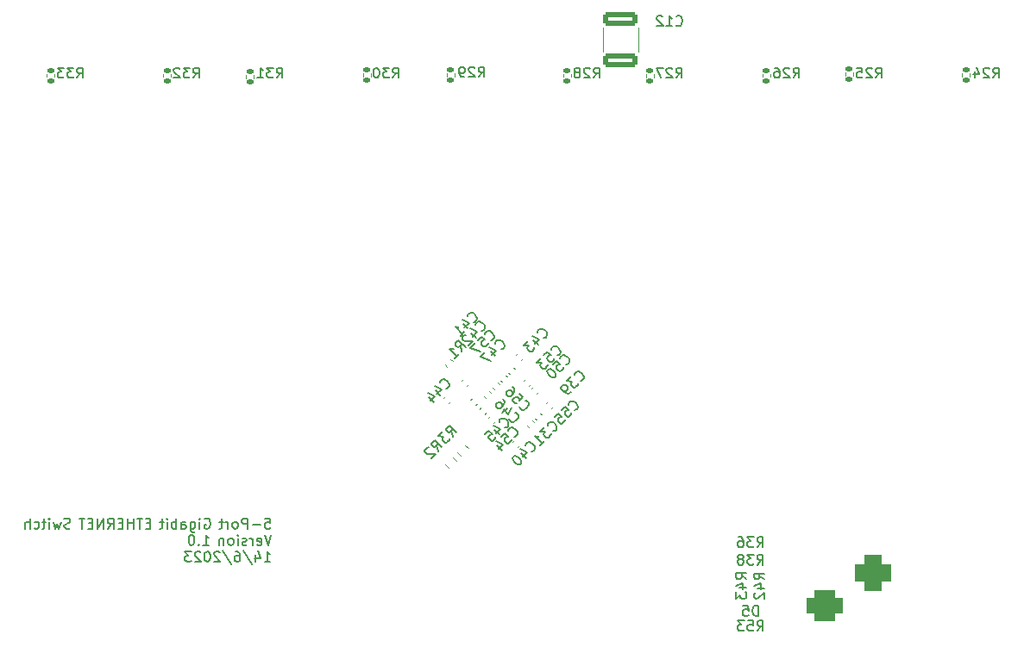
<source format=gbo>
G04 #@! TF.GenerationSoftware,KiCad,Pcbnew,(7.0.0)*
G04 #@! TF.CreationDate,2023-06-14T17:50:15+02:00*
G04 #@! TF.ProjectId,Switch ETHERNET,53776974-6368-4204-9554-4845524e4554,rev?*
G04 #@! TF.SameCoordinates,Original*
G04 #@! TF.FileFunction,Legend,Bot*
G04 #@! TF.FilePolarity,Positive*
%FSLAX46Y46*%
G04 Gerber Fmt 4.6, Leading zero omitted, Abs format (unit mm)*
G04 Created by KiCad (PCBNEW (7.0.0)) date 2023-06-14 17:50:15*
%MOMM*%
%LPD*%
G01*
G04 APERTURE LIST*
G04 Aperture macros list*
%AMRoundRect*
0 Rectangle with rounded corners*
0 $1 Rounding radius*
0 $2 $3 $4 $5 $6 $7 $8 $9 X,Y pos of 4 corners*
0 Add a 4 corners polygon primitive as box body*
4,1,4,$2,$3,$4,$5,$6,$7,$8,$9,$2,$3,0*
0 Add four circle primitives for the rounded corners*
1,1,$1+$1,$2,$3*
1,1,$1+$1,$4,$5*
1,1,$1+$1,$6,$7*
1,1,$1+$1,$8,$9*
0 Add four rect primitives between the rounded corners*
20,1,$1+$1,$2,$3,$4,$5,0*
20,1,$1+$1,$4,$5,$6,$7,0*
20,1,$1+$1,$6,$7,$8,$9,0*
20,1,$1+$1,$8,$9,$2,$3,0*%
G04 Aperture macros list end*
%ADD10C,0.200000*%
%ADD11C,0.150000*%
%ADD12C,0.120000*%
%ADD13C,0.800000*%
%ADD14C,5.400000*%
%ADD15R,1.700000X1.700000*%
%ADD16O,1.700000X1.700000*%
%ADD17C,3.250000*%
%ADD18R,1.500000X1.500000*%
%ADD19C,1.500000*%
%ADD20C,2.300000*%
%ADD21R,3.500000X3.500000*%
%ADD22RoundRect,0.750000X1.000000X-0.750000X1.000000X0.750000X-1.000000X0.750000X-1.000000X-0.750000X0*%
%ADD23RoundRect,0.875000X0.875000X-0.875000X0.875000X0.875000X-0.875000X0.875000X-0.875000X-0.875000X0*%
%ADD24RoundRect,0.135000X-0.185000X0.135000X-0.185000X-0.135000X0.185000X-0.135000X0.185000X0.135000X0*%
%ADD25RoundRect,0.140000X-0.219203X-0.021213X-0.021213X-0.219203X0.219203X0.021213X0.021213X0.219203X0*%
%ADD26RoundRect,0.140000X-0.021213X0.219203X-0.219203X0.021213X0.021213X-0.219203X0.219203X-0.021213X0*%
%ADD27RoundRect,0.200000X-0.335876X-0.053033X-0.053033X-0.335876X0.335876X0.053033X0.053033X0.335876X0*%
%ADD28RoundRect,0.249999X-1.450001X0.450001X-1.450001X-0.450001X1.450001X-0.450001X1.450001X0.450001X0*%
%ADD29RoundRect,0.140000X0.021213X-0.219203X0.219203X-0.021213X-0.021213X0.219203X-0.219203X0.021213X0*%
%ADD30RoundRect,0.140000X0.219203X0.021213X0.021213X0.219203X-0.219203X-0.021213X-0.021213X-0.219203X0*%
%ADD31RoundRect,0.135000X0.226274X0.035355X0.035355X0.226274X-0.226274X-0.035355X-0.035355X-0.226274X0*%
G04 APERTURE END LIST*
D10*
X174895714Y-87312380D02*
X175371904Y-87312380D01*
X175371904Y-87312380D02*
X175419523Y-87788571D01*
X175419523Y-87788571D02*
X175371904Y-87740952D01*
X175371904Y-87740952D02*
X175276666Y-87693333D01*
X175276666Y-87693333D02*
X175038571Y-87693333D01*
X175038571Y-87693333D02*
X174943333Y-87740952D01*
X174943333Y-87740952D02*
X174895714Y-87788571D01*
X174895714Y-87788571D02*
X174848095Y-87883809D01*
X174848095Y-87883809D02*
X174848095Y-88121904D01*
X174848095Y-88121904D02*
X174895714Y-88217142D01*
X174895714Y-88217142D02*
X174943333Y-88264761D01*
X174943333Y-88264761D02*
X175038571Y-88312380D01*
X175038571Y-88312380D02*
X175276666Y-88312380D01*
X175276666Y-88312380D02*
X175371904Y-88264761D01*
X175371904Y-88264761D02*
X175419523Y-88217142D01*
X174419523Y-87931428D02*
X173657619Y-87931428D01*
X173181428Y-88312380D02*
X173181428Y-87312380D01*
X173181428Y-87312380D02*
X172800476Y-87312380D01*
X172800476Y-87312380D02*
X172705238Y-87360000D01*
X172705238Y-87360000D02*
X172657619Y-87407619D01*
X172657619Y-87407619D02*
X172610000Y-87502857D01*
X172610000Y-87502857D02*
X172610000Y-87645714D01*
X172610000Y-87645714D02*
X172657619Y-87740952D01*
X172657619Y-87740952D02*
X172705238Y-87788571D01*
X172705238Y-87788571D02*
X172800476Y-87836190D01*
X172800476Y-87836190D02*
X173181428Y-87836190D01*
X172038571Y-88312380D02*
X172133809Y-88264761D01*
X172133809Y-88264761D02*
X172181428Y-88217142D01*
X172181428Y-88217142D02*
X172229047Y-88121904D01*
X172229047Y-88121904D02*
X172229047Y-87836190D01*
X172229047Y-87836190D02*
X172181428Y-87740952D01*
X172181428Y-87740952D02*
X172133809Y-87693333D01*
X172133809Y-87693333D02*
X172038571Y-87645714D01*
X172038571Y-87645714D02*
X171895714Y-87645714D01*
X171895714Y-87645714D02*
X171800476Y-87693333D01*
X171800476Y-87693333D02*
X171752857Y-87740952D01*
X171752857Y-87740952D02*
X171705238Y-87836190D01*
X171705238Y-87836190D02*
X171705238Y-88121904D01*
X171705238Y-88121904D02*
X171752857Y-88217142D01*
X171752857Y-88217142D02*
X171800476Y-88264761D01*
X171800476Y-88264761D02*
X171895714Y-88312380D01*
X171895714Y-88312380D02*
X172038571Y-88312380D01*
X171276666Y-88312380D02*
X171276666Y-87645714D01*
X171276666Y-87836190D02*
X171229047Y-87740952D01*
X171229047Y-87740952D02*
X171181428Y-87693333D01*
X171181428Y-87693333D02*
X171086190Y-87645714D01*
X171086190Y-87645714D02*
X170990952Y-87645714D01*
X170800475Y-87645714D02*
X170419523Y-87645714D01*
X170657618Y-87312380D02*
X170657618Y-88169523D01*
X170657618Y-88169523D02*
X170609999Y-88264761D01*
X170609999Y-88264761D02*
X170514761Y-88312380D01*
X170514761Y-88312380D02*
X170419523Y-88312380D01*
X168962380Y-87360000D02*
X169057618Y-87312380D01*
X169057618Y-87312380D02*
X169200475Y-87312380D01*
X169200475Y-87312380D02*
X169343332Y-87360000D01*
X169343332Y-87360000D02*
X169438570Y-87455238D01*
X169438570Y-87455238D02*
X169486189Y-87550476D01*
X169486189Y-87550476D02*
X169533808Y-87740952D01*
X169533808Y-87740952D02*
X169533808Y-87883809D01*
X169533808Y-87883809D02*
X169486189Y-88074285D01*
X169486189Y-88074285D02*
X169438570Y-88169523D01*
X169438570Y-88169523D02*
X169343332Y-88264761D01*
X169343332Y-88264761D02*
X169200475Y-88312380D01*
X169200475Y-88312380D02*
X169105237Y-88312380D01*
X169105237Y-88312380D02*
X168962380Y-88264761D01*
X168962380Y-88264761D02*
X168914761Y-88217142D01*
X168914761Y-88217142D02*
X168914761Y-87883809D01*
X168914761Y-87883809D02*
X169105237Y-87883809D01*
X168486189Y-88312380D02*
X168486189Y-87645714D01*
X168486189Y-87312380D02*
X168533808Y-87360000D01*
X168533808Y-87360000D02*
X168486189Y-87407619D01*
X168486189Y-87407619D02*
X168438570Y-87360000D01*
X168438570Y-87360000D02*
X168486189Y-87312380D01*
X168486189Y-87312380D02*
X168486189Y-87407619D01*
X167581428Y-87645714D02*
X167581428Y-88455238D01*
X167581428Y-88455238D02*
X167629047Y-88550476D01*
X167629047Y-88550476D02*
X167676666Y-88598095D01*
X167676666Y-88598095D02*
X167771904Y-88645714D01*
X167771904Y-88645714D02*
X167914761Y-88645714D01*
X167914761Y-88645714D02*
X168009999Y-88598095D01*
X167581428Y-88264761D02*
X167676666Y-88312380D01*
X167676666Y-88312380D02*
X167867142Y-88312380D01*
X167867142Y-88312380D02*
X167962380Y-88264761D01*
X167962380Y-88264761D02*
X168009999Y-88217142D01*
X168009999Y-88217142D02*
X168057618Y-88121904D01*
X168057618Y-88121904D02*
X168057618Y-87836190D01*
X168057618Y-87836190D02*
X168009999Y-87740952D01*
X168009999Y-87740952D02*
X167962380Y-87693333D01*
X167962380Y-87693333D02*
X167867142Y-87645714D01*
X167867142Y-87645714D02*
X167676666Y-87645714D01*
X167676666Y-87645714D02*
X167581428Y-87693333D01*
X166676666Y-88312380D02*
X166676666Y-87788571D01*
X166676666Y-87788571D02*
X166724285Y-87693333D01*
X166724285Y-87693333D02*
X166819523Y-87645714D01*
X166819523Y-87645714D02*
X167009999Y-87645714D01*
X167009999Y-87645714D02*
X167105237Y-87693333D01*
X166676666Y-88264761D02*
X166771904Y-88312380D01*
X166771904Y-88312380D02*
X167009999Y-88312380D01*
X167009999Y-88312380D02*
X167105237Y-88264761D01*
X167105237Y-88264761D02*
X167152856Y-88169523D01*
X167152856Y-88169523D02*
X167152856Y-88074285D01*
X167152856Y-88074285D02*
X167105237Y-87979047D01*
X167105237Y-87979047D02*
X167009999Y-87931428D01*
X167009999Y-87931428D02*
X166771904Y-87931428D01*
X166771904Y-87931428D02*
X166676666Y-87883809D01*
X166200475Y-88312380D02*
X166200475Y-87312380D01*
X166200475Y-87693333D02*
X166105237Y-87645714D01*
X166105237Y-87645714D02*
X165914761Y-87645714D01*
X165914761Y-87645714D02*
X165819523Y-87693333D01*
X165819523Y-87693333D02*
X165771904Y-87740952D01*
X165771904Y-87740952D02*
X165724285Y-87836190D01*
X165724285Y-87836190D02*
X165724285Y-88121904D01*
X165724285Y-88121904D02*
X165771904Y-88217142D01*
X165771904Y-88217142D02*
X165819523Y-88264761D01*
X165819523Y-88264761D02*
X165914761Y-88312380D01*
X165914761Y-88312380D02*
X166105237Y-88312380D01*
X166105237Y-88312380D02*
X166200475Y-88264761D01*
X165295713Y-88312380D02*
X165295713Y-87645714D01*
X165295713Y-87312380D02*
X165343332Y-87360000D01*
X165343332Y-87360000D02*
X165295713Y-87407619D01*
X165295713Y-87407619D02*
X165248094Y-87360000D01*
X165248094Y-87360000D02*
X165295713Y-87312380D01*
X165295713Y-87312380D02*
X165295713Y-87407619D01*
X164962380Y-87645714D02*
X164581428Y-87645714D01*
X164819523Y-87312380D02*
X164819523Y-88169523D01*
X164819523Y-88169523D02*
X164771904Y-88264761D01*
X164771904Y-88264761D02*
X164676666Y-88312380D01*
X164676666Y-88312380D02*
X164581428Y-88312380D01*
X163648094Y-87788571D02*
X163314761Y-87788571D01*
X163171904Y-88312380D02*
X163648094Y-88312380D01*
X163648094Y-88312380D02*
X163648094Y-87312380D01*
X163648094Y-87312380D02*
X163171904Y-87312380D01*
X162886189Y-87312380D02*
X162314761Y-87312380D01*
X162600475Y-88312380D02*
X162600475Y-87312380D01*
X161981427Y-88312380D02*
X161981427Y-87312380D01*
X161981427Y-87788571D02*
X161409999Y-87788571D01*
X161409999Y-88312380D02*
X161409999Y-87312380D01*
X160933808Y-87788571D02*
X160600475Y-87788571D01*
X160457618Y-88312380D02*
X160933808Y-88312380D01*
X160933808Y-88312380D02*
X160933808Y-87312380D01*
X160933808Y-87312380D02*
X160457618Y-87312380D01*
X159457618Y-88312380D02*
X159790951Y-87836190D01*
X160029046Y-88312380D02*
X160029046Y-87312380D01*
X160029046Y-87312380D02*
X159648094Y-87312380D01*
X159648094Y-87312380D02*
X159552856Y-87360000D01*
X159552856Y-87360000D02*
X159505237Y-87407619D01*
X159505237Y-87407619D02*
X159457618Y-87502857D01*
X159457618Y-87502857D02*
X159457618Y-87645714D01*
X159457618Y-87645714D02*
X159505237Y-87740952D01*
X159505237Y-87740952D02*
X159552856Y-87788571D01*
X159552856Y-87788571D02*
X159648094Y-87836190D01*
X159648094Y-87836190D02*
X160029046Y-87836190D01*
X159029046Y-88312380D02*
X159029046Y-87312380D01*
X159029046Y-87312380D02*
X158457618Y-88312380D01*
X158457618Y-88312380D02*
X158457618Y-87312380D01*
X157981427Y-87788571D02*
X157648094Y-87788571D01*
X157505237Y-88312380D02*
X157981427Y-88312380D01*
X157981427Y-88312380D02*
X157981427Y-87312380D01*
X157981427Y-87312380D02*
X157505237Y-87312380D01*
X157219522Y-87312380D02*
X156648094Y-87312380D01*
X156933808Y-88312380D02*
X156933808Y-87312380D01*
X155762379Y-88264761D02*
X155619522Y-88312380D01*
X155619522Y-88312380D02*
X155381427Y-88312380D01*
X155381427Y-88312380D02*
X155286189Y-88264761D01*
X155286189Y-88264761D02*
X155238570Y-88217142D01*
X155238570Y-88217142D02*
X155190951Y-88121904D01*
X155190951Y-88121904D02*
X155190951Y-88026666D01*
X155190951Y-88026666D02*
X155238570Y-87931428D01*
X155238570Y-87931428D02*
X155286189Y-87883809D01*
X155286189Y-87883809D02*
X155381427Y-87836190D01*
X155381427Y-87836190D02*
X155571903Y-87788571D01*
X155571903Y-87788571D02*
X155667141Y-87740952D01*
X155667141Y-87740952D02*
X155714760Y-87693333D01*
X155714760Y-87693333D02*
X155762379Y-87598095D01*
X155762379Y-87598095D02*
X155762379Y-87502857D01*
X155762379Y-87502857D02*
X155714760Y-87407619D01*
X155714760Y-87407619D02*
X155667141Y-87360000D01*
X155667141Y-87360000D02*
X155571903Y-87312380D01*
X155571903Y-87312380D02*
X155333808Y-87312380D01*
X155333808Y-87312380D02*
X155190951Y-87360000D01*
X154857617Y-87645714D02*
X154667141Y-88312380D01*
X154667141Y-88312380D02*
X154476665Y-87836190D01*
X154476665Y-87836190D02*
X154286189Y-88312380D01*
X154286189Y-88312380D02*
X154095713Y-87645714D01*
X153714760Y-88312380D02*
X153714760Y-87645714D01*
X153714760Y-87312380D02*
X153762379Y-87360000D01*
X153762379Y-87360000D02*
X153714760Y-87407619D01*
X153714760Y-87407619D02*
X153667141Y-87360000D01*
X153667141Y-87360000D02*
X153714760Y-87312380D01*
X153714760Y-87312380D02*
X153714760Y-87407619D01*
X153381427Y-87645714D02*
X153000475Y-87645714D01*
X153238570Y-87312380D02*
X153238570Y-88169523D01*
X153238570Y-88169523D02*
X153190951Y-88264761D01*
X153190951Y-88264761D02*
X153095713Y-88312380D01*
X153095713Y-88312380D02*
X153000475Y-88312380D01*
X152238570Y-88264761D02*
X152333808Y-88312380D01*
X152333808Y-88312380D02*
X152524284Y-88312380D01*
X152524284Y-88312380D02*
X152619522Y-88264761D01*
X152619522Y-88264761D02*
X152667141Y-88217142D01*
X152667141Y-88217142D02*
X152714760Y-88121904D01*
X152714760Y-88121904D02*
X152714760Y-87836190D01*
X152714760Y-87836190D02*
X152667141Y-87740952D01*
X152667141Y-87740952D02*
X152619522Y-87693333D01*
X152619522Y-87693333D02*
X152524284Y-87645714D01*
X152524284Y-87645714D02*
X152333808Y-87645714D01*
X152333808Y-87645714D02*
X152238570Y-87693333D01*
X151809998Y-88312380D02*
X151809998Y-87312380D01*
X151381427Y-88312380D02*
X151381427Y-87788571D01*
X151381427Y-87788571D02*
X151429046Y-87693333D01*
X151429046Y-87693333D02*
X151524284Y-87645714D01*
X151524284Y-87645714D02*
X151667141Y-87645714D01*
X151667141Y-87645714D02*
X151762379Y-87693333D01*
X151762379Y-87693333D02*
X151809998Y-87740952D01*
X175514761Y-88932380D02*
X175181428Y-89932380D01*
X175181428Y-89932380D02*
X174848095Y-88932380D01*
X174133809Y-89884761D02*
X174229047Y-89932380D01*
X174229047Y-89932380D02*
X174419523Y-89932380D01*
X174419523Y-89932380D02*
X174514761Y-89884761D01*
X174514761Y-89884761D02*
X174562380Y-89789523D01*
X174562380Y-89789523D02*
X174562380Y-89408571D01*
X174562380Y-89408571D02*
X174514761Y-89313333D01*
X174514761Y-89313333D02*
X174419523Y-89265714D01*
X174419523Y-89265714D02*
X174229047Y-89265714D01*
X174229047Y-89265714D02*
X174133809Y-89313333D01*
X174133809Y-89313333D02*
X174086190Y-89408571D01*
X174086190Y-89408571D02*
X174086190Y-89503809D01*
X174086190Y-89503809D02*
X174562380Y-89599047D01*
X173657618Y-89932380D02*
X173657618Y-89265714D01*
X173657618Y-89456190D02*
X173609999Y-89360952D01*
X173609999Y-89360952D02*
X173562380Y-89313333D01*
X173562380Y-89313333D02*
X173467142Y-89265714D01*
X173467142Y-89265714D02*
X173371904Y-89265714D01*
X173086189Y-89884761D02*
X172990951Y-89932380D01*
X172990951Y-89932380D02*
X172800475Y-89932380D01*
X172800475Y-89932380D02*
X172705237Y-89884761D01*
X172705237Y-89884761D02*
X172657618Y-89789523D01*
X172657618Y-89789523D02*
X172657618Y-89741904D01*
X172657618Y-89741904D02*
X172705237Y-89646666D01*
X172705237Y-89646666D02*
X172800475Y-89599047D01*
X172800475Y-89599047D02*
X172943332Y-89599047D01*
X172943332Y-89599047D02*
X173038570Y-89551428D01*
X173038570Y-89551428D02*
X173086189Y-89456190D01*
X173086189Y-89456190D02*
X173086189Y-89408571D01*
X173086189Y-89408571D02*
X173038570Y-89313333D01*
X173038570Y-89313333D02*
X172943332Y-89265714D01*
X172943332Y-89265714D02*
X172800475Y-89265714D01*
X172800475Y-89265714D02*
X172705237Y-89313333D01*
X172229046Y-89932380D02*
X172229046Y-89265714D01*
X172229046Y-88932380D02*
X172276665Y-88980000D01*
X172276665Y-88980000D02*
X172229046Y-89027619D01*
X172229046Y-89027619D02*
X172181427Y-88980000D01*
X172181427Y-88980000D02*
X172229046Y-88932380D01*
X172229046Y-88932380D02*
X172229046Y-89027619D01*
X171609999Y-89932380D02*
X171705237Y-89884761D01*
X171705237Y-89884761D02*
X171752856Y-89837142D01*
X171752856Y-89837142D02*
X171800475Y-89741904D01*
X171800475Y-89741904D02*
X171800475Y-89456190D01*
X171800475Y-89456190D02*
X171752856Y-89360952D01*
X171752856Y-89360952D02*
X171705237Y-89313333D01*
X171705237Y-89313333D02*
X171609999Y-89265714D01*
X171609999Y-89265714D02*
X171467142Y-89265714D01*
X171467142Y-89265714D02*
X171371904Y-89313333D01*
X171371904Y-89313333D02*
X171324285Y-89360952D01*
X171324285Y-89360952D02*
X171276666Y-89456190D01*
X171276666Y-89456190D02*
X171276666Y-89741904D01*
X171276666Y-89741904D02*
X171324285Y-89837142D01*
X171324285Y-89837142D02*
X171371904Y-89884761D01*
X171371904Y-89884761D02*
X171467142Y-89932380D01*
X171467142Y-89932380D02*
X171609999Y-89932380D01*
X170848094Y-89265714D02*
X170848094Y-89932380D01*
X170848094Y-89360952D02*
X170800475Y-89313333D01*
X170800475Y-89313333D02*
X170705237Y-89265714D01*
X170705237Y-89265714D02*
X170562380Y-89265714D01*
X170562380Y-89265714D02*
X170467142Y-89313333D01*
X170467142Y-89313333D02*
X170419523Y-89408571D01*
X170419523Y-89408571D02*
X170419523Y-89932380D01*
X168819523Y-89932380D02*
X169390951Y-89932380D01*
X169105237Y-89932380D02*
X169105237Y-88932380D01*
X169105237Y-88932380D02*
X169200475Y-89075238D01*
X169200475Y-89075238D02*
X169295713Y-89170476D01*
X169295713Y-89170476D02*
X169390951Y-89218095D01*
X168390951Y-89837142D02*
X168343332Y-89884761D01*
X168343332Y-89884761D02*
X168390951Y-89932380D01*
X168390951Y-89932380D02*
X168438570Y-89884761D01*
X168438570Y-89884761D02*
X168390951Y-89837142D01*
X168390951Y-89837142D02*
X168390951Y-89932380D01*
X167724285Y-88932380D02*
X167629047Y-88932380D01*
X167629047Y-88932380D02*
X167533809Y-88980000D01*
X167533809Y-88980000D02*
X167486190Y-89027619D01*
X167486190Y-89027619D02*
X167438571Y-89122857D01*
X167438571Y-89122857D02*
X167390952Y-89313333D01*
X167390952Y-89313333D02*
X167390952Y-89551428D01*
X167390952Y-89551428D02*
X167438571Y-89741904D01*
X167438571Y-89741904D02*
X167486190Y-89837142D01*
X167486190Y-89837142D02*
X167533809Y-89884761D01*
X167533809Y-89884761D02*
X167629047Y-89932380D01*
X167629047Y-89932380D02*
X167724285Y-89932380D01*
X167724285Y-89932380D02*
X167819523Y-89884761D01*
X167819523Y-89884761D02*
X167867142Y-89837142D01*
X167867142Y-89837142D02*
X167914761Y-89741904D01*
X167914761Y-89741904D02*
X167962380Y-89551428D01*
X167962380Y-89551428D02*
X167962380Y-89313333D01*
X167962380Y-89313333D02*
X167914761Y-89122857D01*
X167914761Y-89122857D02*
X167867142Y-89027619D01*
X167867142Y-89027619D02*
X167819523Y-88980000D01*
X167819523Y-88980000D02*
X167724285Y-88932380D01*
X174848095Y-91552380D02*
X175419523Y-91552380D01*
X175133809Y-91552380D02*
X175133809Y-90552380D01*
X175133809Y-90552380D02*
X175229047Y-90695238D01*
X175229047Y-90695238D02*
X175324285Y-90790476D01*
X175324285Y-90790476D02*
X175419523Y-90838095D01*
X173990952Y-90885714D02*
X173990952Y-91552380D01*
X174229047Y-90504761D02*
X174467142Y-91219047D01*
X174467142Y-91219047D02*
X173848095Y-91219047D01*
X172752857Y-90504761D02*
X173609999Y-91790476D01*
X171990952Y-90552380D02*
X172181428Y-90552380D01*
X172181428Y-90552380D02*
X172276666Y-90600000D01*
X172276666Y-90600000D02*
X172324285Y-90647619D01*
X172324285Y-90647619D02*
X172419523Y-90790476D01*
X172419523Y-90790476D02*
X172467142Y-90980952D01*
X172467142Y-90980952D02*
X172467142Y-91361904D01*
X172467142Y-91361904D02*
X172419523Y-91457142D01*
X172419523Y-91457142D02*
X172371904Y-91504761D01*
X172371904Y-91504761D02*
X172276666Y-91552380D01*
X172276666Y-91552380D02*
X172086190Y-91552380D01*
X172086190Y-91552380D02*
X171990952Y-91504761D01*
X171990952Y-91504761D02*
X171943333Y-91457142D01*
X171943333Y-91457142D02*
X171895714Y-91361904D01*
X171895714Y-91361904D02*
X171895714Y-91123809D01*
X171895714Y-91123809D02*
X171943333Y-91028571D01*
X171943333Y-91028571D02*
X171990952Y-90980952D01*
X171990952Y-90980952D02*
X172086190Y-90933333D01*
X172086190Y-90933333D02*
X172276666Y-90933333D01*
X172276666Y-90933333D02*
X172371904Y-90980952D01*
X172371904Y-90980952D02*
X172419523Y-91028571D01*
X172419523Y-91028571D02*
X172467142Y-91123809D01*
X170752857Y-90504761D02*
X171609999Y-91790476D01*
X170467142Y-90647619D02*
X170419523Y-90600000D01*
X170419523Y-90600000D02*
X170324285Y-90552380D01*
X170324285Y-90552380D02*
X170086190Y-90552380D01*
X170086190Y-90552380D02*
X169990952Y-90600000D01*
X169990952Y-90600000D02*
X169943333Y-90647619D01*
X169943333Y-90647619D02*
X169895714Y-90742857D01*
X169895714Y-90742857D02*
X169895714Y-90838095D01*
X169895714Y-90838095D02*
X169943333Y-90980952D01*
X169943333Y-90980952D02*
X170514761Y-91552380D01*
X170514761Y-91552380D02*
X169895714Y-91552380D01*
X169276666Y-90552380D02*
X169181428Y-90552380D01*
X169181428Y-90552380D02*
X169086190Y-90600000D01*
X169086190Y-90600000D02*
X169038571Y-90647619D01*
X169038571Y-90647619D02*
X168990952Y-90742857D01*
X168990952Y-90742857D02*
X168943333Y-90933333D01*
X168943333Y-90933333D02*
X168943333Y-91171428D01*
X168943333Y-91171428D02*
X168990952Y-91361904D01*
X168990952Y-91361904D02*
X169038571Y-91457142D01*
X169038571Y-91457142D02*
X169086190Y-91504761D01*
X169086190Y-91504761D02*
X169181428Y-91552380D01*
X169181428Y-91552380D02*
X169276666Y-91552380D01*
X169276666Y-91552380D02*
X169371904Y-91504761D01*
X169371904Y-91504761D02*
X169419523Y-91457142D01*
X169419523Y-91457142D02*
X169467142Y-91361904D01*
X169467142Y-91361904D02*
X169514761Y-91171428D01*
X169514761Y-91171428D02*
X169514761Y-90933333D01*
X169514761Y-90933333D02*
X169467142Y-90742857D01*
X169467142Y-90742857D02*
X169419523Y-90647619D01*
X169419523Y-90647619D02*
X169371904Y-90600000D01*
X169371904Y-90600000D02*
X169276666Y-90552380D01*
X168562380Y-90647619D02*
X168514761Y-90600000D01*
X168514761Y-90600000D02*
X168419523Y-90552380D01*
X168419523Y-90552380D02*
X168181428Y-90552380D01*
X168181428Y-90552380D02*
X168086190Y-90600000D01*
X168086190Y-90600000D02*
X168038571Y-90647619D01*
X168038571Y-90647619D02*
X167990952Y-90742857D01*
X167990952Y-90742857D02*
X167990952Y-90838095D01*
X167990952Y-90838095D02*
X168038571Y-90980952D01*
X168038571Y-90980952D02*
X168609999Y-91552380D01*
X168609999Y-91552380D02*
X167990952Y-91552380D01*
X167657618Y-90552380D02*
X167038571Y-90552380D01*
X167038571Y-90552380D02*
X167371904Y-90933333D01*
X167371904Y-90933333D02*
X167229047Y-90933333D01*
X167229047Y-90933333D02*
X167133809Y-90980952D01*
X167133809Y-90980952D02*
X167086190Y-91028571D01*
X167086190Y-91028571D02*
X167038571Y-91123809D01*
X167038571Y-91123809D02*
X167038571Y-91361904D01*
X167038571Y-91361904D02*
X167086190Y-91457142D01*
X167086190Y-91457142D02*
X167133809Y-91504761D01*
X167133809Y-91504761D02*
X167229047Y-91552380D01*
X167229047Y-91552380D02*
X167514761Y-91552380D01*
X167514761Y-91552380D02*
X167609999Y-91504761D01*
X167609999Y-91504761D02*
X167657618Y-91457142D01*
D11*
X222137380Y-93277142D02*
X221661190Y-92943809D01*
X222137380Y-92705714D02*
X221137380Y-92705714D01*
X221137380Y-92705714D02*
X221137380Y-93086666D01*
X221137380Y-93086666D02*
X221185000Y-93181904D01*
X221185000Y-93181904D02*
X221232619Y-93229523D01*
X221232619Y-93229523D02*
X221327857Y-93277142D01*
X221327857Y-93277142D02*
X221470714Y-93277142D01*
X221470714Y-93277142D02*
X221565952Y-93229523D01*
X221565952Y-93229523D02*
X221613571Y-93181904D01*
X221613571Y-93181904D02*
X221661190Y-93086666D01*
X221661190Y-93086666D02*
X221661190Y-92705714D01*
X221470714Y-94134285D02*
X222137380Y-94134285D01*
X221089761Y-93896190D02*
X221804047Y-93658095D01*
X221804047Y-93658095D02*
X221804047Y-94277142D01*
X221137380Y-94562857D02*
X221137380Y-95181904D01*
X221137380Y-95181904D02*
X221518333Y-94848571D01*
X221518333Y-94848571D02*
X221518333Y-94991428D01*
X221518333Y-94991428D02*
X221565952Y-95086666D01*
X221565952Y-95086666D02*
X221613571Y-95134285D01*
X221613571Y-95134285D02*
X221708809Y-95181904D01*
X221708809Y-95181904D02*
X221946904Y-95181904D01*
X221946904Y-95181904D02*
X222042142Y-95134285D01*
X222042142Y-95134285D02*
X222089761Y-95086666D01*
X222089761Y-95086666D02*
X222137380Y-94991428D01*
X222137380Y-94991428D02*
X222137380Y-94705714D01*
X222137380Y-94705714D02*
X222089761Y-94610476D01*
X222089761Y-94610476D02*
X222042142Y-94562857D01*
X223897380Y-93297142D02*
X223421190Y-92963809D01*
X223897380Y-92725714D02*
X222897380Y-92725714D01*
X222897380Y-92725714D02*
X222897380Y-93106666D01*
X222897380Y-93106666D02*
X222945000Y-93201904D01*
X222945000Y-93201904D02*
X222992619Y-93249523D01*
X222992619Y-93249523D02*
X223087857Y-93297142D01*
X223087857Y-93297142D02*
X223230714Y-93297142D01*
X223230714Y-93297142D02*
X223325952Y-93249523D01*
X223325952Y-93249523D02*
X223373571Y-93201904D01*
X223373571Y-93201904D02*
X223421190Y-93106666D01*
X223421190Y-93106666D02*
X223421190Y-92725714D01*
X223230714Y-94154285D02*
X223897380Y-94154285D01*
X222849761Y-93916190D02*
X223564047Y-93678095D01*
X223564047Y-93678095D02*
X223564047Y-94297142D01*
X222992619Y-94630476D02*
X222945000Y-94678095D01*
X222945000Y-94678095D02*
X222897380Y-94773333D01*
X222897380Y-94773333D02*
X222897380Y-95011428D01*
X222897380Y-95011428D02*
X222945000Y-95106666D01*
X222945000Y-95106666D02*
X222992619Y-95154285D01*
X222992619Y-95154285D02*
X223087857Y-95201904D01*
X223087857Y-95201904D02*
X223183095Y-95201904D01*
X223183095Y-95201904D02*
X223325952Y-95154285D01*
X223325952Y-95154285D02*
X223897380Y-94582857D01*
X223897380Y-94582857D02*
X223897380Y-95201904D01*
X223202857Y-98357380D02*
X223536190Y-97881190D01*
X223774285Y-98357380D02*
X223774285Y-97357380D01*
X223774285Y-97357380D02*
X223393333Y-97357380D01*
X223393333Y-97357380D02*
X223298095Y-97405000D01*
X223298095Y-97405000D02*
X223250476Y-97452619D01*
X223250476Y-97452619D02*
X223202857Y-97547857D01*
X223202857Y-97547857D02*
X223202857Y-97690714D01*
X223202857Y-97690714D02*
X223250476Y-97785952D01*
X223250476Y-97785952D02*
X223298095Y-97833571D01*
X223298095Y-97833571D02*
X223393333Y-97881190D01*
X223393333Y-97881190D02*
X223774285Y-97881190D01*
X222298095Y-97357380D02*
X222774285Y-97357380D01*
X222774285Y-97357380D02*
X222821904Y-97833571D01*
X222821904Y-97833571D02*
X222774285Y-97785952D01*
X222774285Y-97785952D02*
X222679047Y-97738333D01*
X222679047Y-97738333D02*
X222440952Y-97738333D01*
X222440952Y-97738333D02*
X222345714Y-97785952D01*
X222345714Y-97785952D02*
X222298095Y-97833571D01*
X222298095Y-97833571D02*
X222250476Y-97928809D01*
X222250476Y-97928809D02*
X222250476Y-98166904D01*
X222250476Y-98166904D02*
X222298095Y-98262142D01*
X222298095Y-98262142D02*
X222345714Y-98309761D01*
X222345714Y-98309761D02*
X222440952Y-98357380D01*
X222440952Y-98357380D02*
X222679047Y-98357380D01*
X222679047Y-98357380D02*
X222774285Y-98309761D01*
X222774285Y-98309761D02*
X222821904Y-98262142D01*
X221917142Y-97357380D02*
X221298095Y-97357380D01*
X221298095Y-97357380D02*
X221631428Y-97738333D01*
X221631428Y-97738333D02*
X221488571Y-97738333D01*
X221488571Y-97738333D02*
X221393333Y-97785952D01*
X221393333Y-97785952D02*
X221345714Y-97833571D01*
X221345714Y-97833571D02*
X221298095Y-97928809D01*
X221298095Y-97928809D02*
X221298095Y-98166904D01*
X221298095Y-98166904D02*
X221345714Y-98262142D01*
X221345714Y-98262142D02*
X221393333Y-98309761D01*
X221393333Y-98309761D02*
X221488571Y-98357380D01*
X221488571Y-98357380D02*
X221774285Y-98357380D01*
X221774285Y-98357380D02*
X221869523Y-98309761D01*
X221869523Y-98309761D02*
X221917142Y-98262142D01*
X223298094Y-96877380D02*
X223298094Y-95877380D01*
X223298094Y-95877380D02*
X223059999Y-95877380D01*
X223059999Y-95877380D02*
X222917142Y-95925000D01*
X222917142Y-95925000D02*
X222821904Y-96020238D01*
X222821904Y-96020238D02*
X222774285Y-96115476D01*
X222774285Y-96115476D02*
X222726666Y-96305952D01*
X222726666Y-96305952D02*
X222726666Y-96448809D01*
X222726666Y-96448809D02*
X222774285Y-96639285D01*
X222774285Y-96639285D02*
X222821904Y-96734523D01*
X222821904Y-96734523D02*
X222917142Y-96829761D01*
X222917142Y-96829761D02*
X223059999Y-96877380D01*
X223059999Y-96877380D02*
X223298094Y-96877380D01*
X221821904Y-95877380D02*
X222298094Y-95877380D01*
X222298094Y-95877380D02*
X222345713Y-96353571D01*
X222345713Y-96353571D02*
X222298094Y-96305952D01*
X222298094Y-96305952D02*
X222202856Y-96258333D01*
X222202856Y-96258333D02*
X221964761Y-96258333D01*
X221964761Y-96258333D02*
X221869523Y-96305952D01*
X221869523Y-96305952D02*
X221821904Y-96353571D01*
X221821904Y-96353571D02*
X221774285Y-96448809D01*
X221774285Y-96448809D02*
X221774285Y-96686904D01*
X221774285Y-96686904D02*
X221821904Y-96782142D01*
X221821904Y-96782142D02*
X221869523Y-96829761D01*
X221869523Y-96829761D02*
X221964761Y-96877380D01*
X221964761Y-96877380D02*
X222202856Y-96877380D01*
X222202856Y-96877380D02*
X222298094Y-96829761D01*
X222298094Y-96829761D02*
X222345713Y-96782142D01*
X223202857Y-90147380D02*
X223536190Y-89671190D01*
X223774285Y-90147380D02*
X223774285Y-89147380D01*
X223774285Y-89147380D02*
X223393333Y-89147380D01*
X223393333Y-89147380D02*
X223298095Y-89195000D01*
X223298095Y-89195000D02*
X223250476Y-89242619D01*
X223250476Y-89242619D02*
X223202857Y-89337857D01*
X223202857Y-89337857D02*
X223202857Y-89480714D01*
X223202857Y-89480714D02*
X223250476Y-89575952D01*
X223250476Y-89575952D02*
X223298095Y-89623571D01*
X223298095Y-89623571D02*
X223393333Y-89671190D01*
X223393333Y-89671190D02*
X223774285Y-89671190D01*
X222869523Y-89147380D02*
X222250476Y-89147380D01*
X222250476Y-89147380D02*
X222583809Y-89528333D01*
X222583809Y-89528333D02*
X222440952Y-89528333D01*
X222440952Y-89528333D02*
X222345714Y-89575952D01*
X222345714Y-89575952D02*
X222298095Y-89623571D01*
X222298095Y-89623571D02*
X222250476Y-89718809D01*
X222250476Y-89718809D02*
X222250476Y-89956904D01*
X222250476Y-89956904D02*
X222298095Y-90052142D01*
X222298095Y-90052142D02*
X222345714Y-90099761D01*
X222345714Y-90099761D02*
X222440952Y-90147380D01*
X222440952Y-90147380D02*
X222726666Y-90147380D01*
X222726666Y-90147380D02*
X222821904Y-90099761D01*
X222821904Y-90099761D02*
X222869523Y-90052142D01*
X221393333Y-89147380D02*
X221583809Y-89147380D01*
X221583809Y-89147380D02*
X221679047Y-89195000D01*
X221679047Y-89195000D02*
X221726666Y-89242619D01*
X221726666Y-89242619D02*
X221821904Y-89385476D01*
X221821904Y-89385476D02*
X221869523Y-89575952D01*
X221869523Y-89575952D02*
X221869523Y-89956904D01*
X221869523Y-89956904D02*
X221821904Y-90052142D01*
X221821904Y-90052142D02*
X221774285Y-90099761D01*
X221774285Y-90099761D02*
X221679047Y-90147380D01*
X221679047Y-90147380D02*
X221488571Y-90147380D01*
X221488571Y-90147380D02*
X221393333Y-90099761D01*
X221393333Y-90099761D02*
X221345714Y-90052142D01*
X221345714Y-90052142D02*
X221298095Y-89956904D01*
X221298095Y-89956904D02*
X221298095Y-89718809D01*
X221298095Y-89718809D02*
X221345714Y-89623571D01*
X221345714Y-89623571D02*
X221393333Y-89575952D01*
X221393333Y-89575952D02*
X221488571Y-89528333D01*
X221488571Y-89528333D02*
X221679047Y-89528333D01*
X221679047Y-89528333D02*
X221774285Y-89575952D01*
X221774285Y-89575952D02*
X221821904Y-89623571D01*
X221821904Y-89623571D02*
X221869523Y-89718809D01*
X223202857Y-91867380D02*
X223536190Y-91391190D01*
X223774285Y-91867380D02*
X223774285Y-90867380D01*
X223774285Y-90867380D02*
X223393333Y-90867380D01*
X223393333Y-90867380D02*
X223298095Y-90915000D01*
X223298095Y-90915000D02*
X223250476Y-90962619D01*
X223250476Y-90962619D02*
X223202857Y-91057857D01*
X223202857Y-91057857D02*
X223202857Y-91200714D01*
X223202857Y-91200714D02*
X223250476Y-91295952D01*
X223250476Y-91295952D02*
X223298095Y-91343571D01*
X223298095Y-91343571D02*
X223393333Y-91391190D01*
X223393333Y-91391190D02*
X223774285Y-91391190D01*
X222869523Y-90867380D02*
X222250476Y-90867380D01*
X222250476Y-90867380D02*
X222583809Y-91248333D01*
X222583809Y-91248333D02*
X222440952Y-91248333D01*
X222440952Y-91248333D02*
X222345714Y-91295952D01*
X222345714Y-91295952D02*
X222298095Y-91343571D01*
X222298095Y-91343571D02*
X222250476Y-91438809D01*
X222250476Y-91438809D02*
X222250476Y-91676904D01*
X222250476Y-91676904D02*
X222298095Y-91772142D01*
X222298095Y-91772142D02*
X222345714Y-91819761D01*
X222345714Y-91819761D02*
X222440952Y-91867380D01*
X222440952Y-91867380D02*
X222726666Y-91867380D01*
X222726666Y-91867380D02*
X222821904Y-91819761D01*
X222821904Y-91819761D02*
X222869523Y-91772142D01*
X221679047Y-91295952D02*
X221774285Y-91248333D01*
X221774285Y-91248333D02*
X221821904Y-91200714D01*
X221821904Y-91200714D02*
X221869523Y-91105476D01*
X221869523Y-91105476D02*
X221869523Y-91057857D01*
X221869523Y-91057857D02*
X221821904Y-90962619D01*
X221821904Y-90962619D02*
X221774285Y-90915000D01*
X221774285Y-90915000D02*
X221679047Y-90867380D01*
X221679047Y-90867380D02*
X221488571Y-90867380D01*
X221488571Y-90867380D02*
X221393333Y-90915000D01*
X221393333Y-90915000D02*
X221345714Y-90962619D01*
X221345714Y-90962619D02*
X221298095Y-91057857D01*
X221298095Y-91057857D02*
X221298095Y-91105476D01*
X221298095Y-91105476D02*
X221345714Y-91200714D01*
X221345714Y-91200714D02*
X221393333Y-91248333D01*
X221393333Y-91248333D02*
X221488571Y-91295952D01*
X221488571Y-91295952D02*
X221679047Y-91295952D01*
X221679047Y-91295952D02*
X221774285Y-91343571D01*
X221774285Y-91343571D02*
X221821904Y-91391190D01*
X221821904Y-91391190D02*
X221869523Y-91486428D01*
X221869523Y-91486428D02*
X221869523Y-91676904D01*
X221869523Y-91676904D02*
X221821904Y-91772142D01*
X221821904Y-91772142D02*
X221774285Y-91819761D01*
X221774285Y-91819761D02*
X221679047Y-91867380D01*
X221679047Y-91867380D02*
X221488571Y-91867380D01*
X221488571Y-91867380D02*
X221393333Y-91819761D01*
X221393333Y-91819761D02*
X221345714Y-91772142D01*
X221345714Y-91772142D02*
X221298095Y-91676904D01*
X221298095Y-91676904D02*
X221298095Y-91486428D01*
X221298095Y-91486428D02*
X221345714Y-91391190D01*
X221345714Y-91391190D02*
X221393333Y-91343571D01*
X221393333Y-91343571D02*
X221488571Y-91295952D01*
X215242857Y-44017380D02*
X215576190Y-43541190D01*
X215814285Y-44017380D02*
X215814285Y-43017380D01*
X215814285Y-43017380D02*
X215433333Y-43017380D01*
X215433333Y-43017380D02*
X215338095Y-43065000D01*
X215338095Y-43065000D02*
X215290476Y-43112619D01*
X215290476Y-43112619D02*
X215242857Y-43207857D01*
X215242857Y-43207857D02*
X215242857Y-43350714D01*
X215242857Y-43350714D02*
X215290476Y-43445952D01*
X215290476Y-43445952D02*
X215338095Y-43493571D01*
X215338095Y-43493571D02*
X215433333Y-43541190D01*
X215433333Y-43541190D02*
X215814285Y-43541190D01*
X214861904Y-43112619D02*
X214814285Y-43065000D01*
X214814285Y-43065000D02*
X214719047Y-43017380D01*
X214719047Y-43017380D02*
X214480952Y-43017380D01*
X214480952Y-43017380D02*
X214385714Y-43065000D01*
X214385714Y-43065000D02*
X214338095Y-43112619D01*
X214338095Y-43112619D02*
X214290476Y-43207857D01*
X214290476Y-43207857D02*
X214290476Y-43303095D01*
X214290476Y-43303095D02*
X214338095Y-43445952D01*
X214338095Y-43445952D02*
X214909523Y-44017380D01*
X214909523Y-44017380D02*
X214290476Y-44017380D01*
X213957142Y-43017380D02*
X213290476Y-43017380D01*
X213290476Y-43017380D02*
X213719047Y-44017380D01*
X207142857Y-44017380D02*
X207476190Y-43541190D01*
X207714285Y-44017380D02*
X207714285Y-43017380D01*
X207714285Y-43017380D02*
X207333333Y-43017380D01*
X207333333Y-43017380D02*
X207238095Y-43065000D01*
X207238095Y-43065000D02*
X207190476Y-43112619D01*
X207190476Y-43112619D02*
X207142857Y-43207857D01*
X207142857Y-43207857D02*
X207142857Y-43350714D01*
X207142857Y-43350714D02*
X207190476Y-43445952D01*
X207190476Y-43445952D02*
X207238095Y-43493571D01*
X207238095Y-43493571D02*
X207333333Y-43541190D01*
X207333333Y-43541190D02*
X207714285Y-43541190D01*
X206761904Y-43112619D02*
X206714285Y-43065000D01*
X206714285Y-43065000D02*
X206619047Y-43017380D01*
X206619047Y-43017380D02*
X206380952Y-43017380D01*
X206380952Y-43017380D02*
X206285714Y-43065000D01*
X206285714Y-43065000D02*
X206238095Y-43112619D01*
X206238095Y-43112619D02*
X206190476Y-43207857D01*
X206190476Y-43207857D02*
X206190476Y-43303095D01*
X206190476Y-43303095D02*
X206238095Y-43445952D01*
X206238095Y-43445952D02*
X206809523Y-44017380D01*
X206809523Y-44017380D02*
X206190476Y-44017380D01*
X205619047Y-43445952D02*
X205714285Y-43398333D01*
X205714285Y-43398333D02*
X205761904Y-43350714D01*
X205761904Y-43350714D02*
X205809523Y-43255476D01*
X205809523Y-43255476D02*
X205809523Y-43207857D01*
X205809523Y-43207857D02*
X205761904Y-43112619D01*
X205761904Y-43112619D02*
X205714285Y-43065000D01*
X205714285Y-43065000D02*
X205619047Y-43017380D01*
X205619047Y-43017380D02*
X205428571Y-43017380D01*
X205428571Y-43017380D02*
X205333333Y-43065000D01*
X205333333Y-43065000D02*
X205285714Y-43112619D01*
X205285714Y-43112619D02*
X205238095Y-43207857D01*
X205238095Y-43207857D02*
X205238095Y-43255476D01*
X205238095Y-43255476D02*
X205285714Y-43350714D01*
X205285714Y-43350714D02*
X205333333Y-43398333D01*
X205333333Y-43398333D02*
X205428571Y-43445952D01*
X205428571Y-43445952D02*
X205619047Y-43445952D01*
X205619047Y-43445952D02*
X205714285Y-43493571D01*
X205714285Y-43493571D02*
X205761904Y-43541190D01*
X205761904Y-43541190D02*
X205809523Y-43636428D01*
X205809523Y-43636428D02*
X205809523Y-43826904D01*
X205809523Y-43826904D02*
X205761904Y-43922142D01*
X205761904Y-43922142D02*
X205714285Y-43969761D01*
X205714285Y-43969761D02*
X205619047Y-44017380D01*
X205619047Y-44017380D02*
X205428571Y-44017380D01*
X205428571Y-44017380D02*
X205333333Y-43969761D01*
X205333333Y-43969761D02*
X205285714Y-43922142D01*
X205285714Y-43922142D02*
X205238095Y-43826904D01*
X205238095Y-43826904D02*
X205238095Y-43636428D01*
X205238095Y-43636428D02*
X205285714Y-43541190D01*
X205285714Y-43541190D02*
X205333333Y-43493571D01*
X205333333Y-43493571D02*
X205428571Y-43445952D01*
X196147002Y-68887865D02*
X196214346Y-68887865D01*
X196214346Y-68887865D02*
X196349033Y-68820521D01*
X196349033Y-68820521D02*
X196416376Y-68753178D01*
X196416376Y-68753178D02*
X196483720Y-68618491D01*
X196483720Y-68618491D02*
X196483720Y-68483804D01*
X196483720Y-68483804D02*
X196450048Y-68382789D01*
X196450048Y-68382789D02*
X196349033Y-68214430D01*
X196349033Y-68214430D02*
X196248017Y-68113415D01*
X196248017Y-68113415D02*
X196079659Y-68012399D01*
X196079659Y-68012399D02*
X195978643Y-67978728D01*
X195978643Y-67978728D02*
X195843956Y-67978728D01*
X195843956Y-67978728D02*
X195709269Y-68046071D01*
X195709269Y-68046071D02*
X195641926Y-68113415D01*
X195641926Y-68113415D02*
X195574582Y-68248102D01*
X195574582Y-68248102D02*
X195574582Y-68315445D01*
X195136850Y-69089895D02*
X195608254Y-69561300D01*
X195035834Y-68652163D02*
X195709269Y-68988880D01*
X195709269Y-68988880D02*
X195271537Y-69426613D01*
X194631773Y-69258254D02*
X194564430Y-69258254D01*
X194564430Y-69258254D02*
X194463415Y-69291926D01*
X194463415Y-69291926D02*
X194295056Y-69460285D01*
X194295056Y-69460285D02*
X194261384Y-69561300D01*
X194261384Y-69561300D02*
X194261384Y-69628643D01*
X194261384Y-69628643D02*
X194295056Y-69729659D01*
X194295056Y-69729659D02*
X194362399Y-69797002D01*
X194362399Y-69797002D02*
X194497086Y-69864346D01*
X194497086Y-69864346D02*
X195305208Y-69864346D01*
X195305208Y-69864346D02*
X194867476Y-70302078D01*
X187442857Y-44017380D02*
X187776190Y-43541190D01*
X188014285Y-44017380D02*
X188014285Y-43017380D01*
X188014285Y-43017380D02*
X187633333Y-43017380D01*
X187633333Y-43017380D02*
X187538095Y-43065000D01*
X187538095Y-43065000D02*
X187490476Y-43112619D01*
X187490476Y-43112619D02*
X187442857Y-43207857D01*
X187442857Y-43207857D02*
X187442857Y-43350714D01*
X187442857Y-43350714D02*
X187490476Y-43445952D01*
X187490476Y-43445952D02*
X187538095Y-43493571D01*
X187538095Y-43493571D02*
X187633333Y-43541190D01*
X187633333Y-43541190D02*
X188014285Y-43541190D01*
X187109523Y-43017380D02*
X186490476Y-43017380D01*
X186490476Y-43017380D02*
X186823809Y-43398333D01*
X186823809Y-43398333D02*
X186680952Y-43398333D01*
X186680952Y-43398333D02*
X186585714Y-43445952D01*
X186585714Y-43445952D02*
X186538095Y-43493571D01*
X186538095Y-43493571D02*
X186490476Y-43588809D01*
X186490476Y-43588809D02*
X186490476Y-43826904D01*
X186490476Y-43826904D02*
X186538095Y-43922142D01*
X186538095Y-43922142D02*
X186585714Y-43969761D01*
X186585714Y-43969761D02*
X186680952Y-44017380D01*
X186680952Y-44017380D02*
X186966666Y-44017380D01*
X186966666Y-44017380D02*
X187061904Y-43969761D01*
X187061904Y-43969761D02*
X187109523Y-43922142D01*
X185871428Y-43017380D02*
X185776190Y-43017380D01*
X185776190Y-43017380D02*
X185680952Y-43065000D01*
X185680952Y-43065000D02*
X185633333Y-43112619D01*
X185633333Y-43112619D02*
X185585714Y-43207857D01*
X185585714Y-43207857D02*
X185538095Y-43398333D01*
X185538095Y-43398333D02*
X185538095Y-43636428D01*
X185538095Y-43636428D02*
X185585714Y-43826904D01*
X185585714Y-43826904D02*
X185633333Y-43922142D01*
X185633333Y-43922142D02*
X185680952Y-43969761D01*
X185680952Y-43969761D02*
X185776190Y-44017380D01*
X185776190Y-44017380D02*
X185871428Y-44017380D01*
X185871428Y-44017380D02*
X185966666Y-43969761D01*
X185966666Y-43969761D02*
X186014285Y-43922142D01*
X186014285Y-43922142D02*
X186061904Y-43826904D01*
X186061904Y-43826904D02*
X186109523Y-43636428D01*
X186109523Y-43636428D02*
X186109523Y-43398333D01*
X186109523Y-43398333D02*
X186061904Y-43207857D01*
X186061904Y-43207857D02*
X186014285Y-43112619D01*
X186014285Y-43112619D02*
X185966666Y-43065000D01*
X185966666Y-43065000D02*
X185871428Y-43017380D01*
X246342857Y-44017380D02*
X246676190Y-43541190D01*
X246914285Y-44017380D02*
X246914285Y-43017380D01*
X246914285Y-43017380D02*
X246533333Y-43017380D01*
X246533333Y-43017380D02*
X246438095Y-43065000D01*
X246438095Y-43065000D02*
X246390476Y-43112619D01*
X246390476Y-43112619D02*
X246342857Y-43207857D01*
X246342857Y-43207857D02*
X246342857Y-43350714D01*
X246342857Y-43350714D02*
X246390476Y-43445952D01*
X246390476Y-43445952D02*
X246438095Y-43493571D01*
X246438095Y-43493571D02*
X246533333Y-43541190D01*
X246533333Y-43541190D02*
X246914285Y-43541190D01*
X245961904Y-43112619D02*
X245914285Y-43065000D01*
X245914285Y-43065000D02*
X245819047Y-43017380D01*
X245819047Y-43017380D02*
X245580952Y-43017380D01*
X245580952Y-43017380D02*
X245485714Y-43065000D01*
X245485714Y-43065000D02*
X245438095Y-43112619D01*
X245438095Y-43112619D02*
X245390476Y-43207857D01*
X245390476Y-43207857D02*
X245390476Y-43303095D01*
X245390476Y-43303095D02*
X245438095Y-43445952D01*
X245438095Y-43445952D02*
X246009523Y-44017380D01*
X246009523Y-44017380D02*
X245390476Y-44017380D01*
X244533333Y-43350714D02*
X244533333Y-44017380D01*
X244771428Y-42969761D02*
X245009523Y-43684047D01*
X245009523Y-43684047D02*
X244390476Y-43684047D01*
X192647002Y-74544020D02*
X192714346Y-74544020D01*
X192714346Y-74544020D02*
X192849033Y-74476676D01*
X192849033Y-74476676D02*
X192916376Y-74409333D01*
X192916376Y-74409333D02*
X192983720Y-74274646D01*
X192983720Y-74274646D02*
X192983720Y-74139959D01*
X192983720Y-74139959D02*
X192950048Y-74038944D01*
X192950048Y-74038944D02*
X192849033Y-73870585D01*
X192849033Y-73870585D02*
X192748017Y-73769570D01*
X192748017Y-73769570D02*
X192579659Y-73668554D01*
X192579659Y-73668554D02*
X192478643Y-73634883D01*
X192478643Y-73634883D02*
X192343956Y-73634883D01*
X192343956Y-73634883D02*
X192209269Y-73702226D01*
X192209269Y-73702226D02*
X192141926Y-73769570D01*
X192141926Y-73769570D02*
X192074582Y-73904257D01*
X192074582Y-73904257D02*
X192074582Y-73971600D01*
X191636850Y-74746050D02*
X192108254Y-75217455D01*
X191535834Y-74308318D02*
X192209269Y-74645035D01*
X192209269Y-74645035D02*
X191771537Y-75082768D01*
X190963415Y-75419485D02*
X191434819Y-75890890D01*
X190862399Y-74981753D02*
X191535834Y-75318470D01*
X191535834Y-75318470D02*
X191098102Y-75756203D01*
X195841857Y-43928380D02*
X196175190Y-43452190D01*
X196413285Y-43928380D02*
X196413285Y-42928380D01*
X196413285Y-42928380D02*
X196032333Y-42928380D01*
X196032333Y-42928380D02*
X195937095Y-42976000D01*
X195937095Y-42976000D02*
X195889476Y-43023619D01*
X195889476Y-43023619D02*
X195841857Y-43118857D01*
X195841857Y-43118857D02*
X195841857Y-43261714D01*
X195841857Y-43261714D02*
X195889476Y-43356952D01*
X195889476Y-43356952D02*
X195937095Y-43404571D01*
X195937095Y-43404571D02*
X196032333Y-43452190D01*
X196032333Y-43452190D02*
X196413285Y-43452190D01*
X195460904Y-43023619D02*
X195413285Y-42976000D01*
X195413285Y-42976000D02*
X195318047Y-42928380D01*
X195318047Y-42928380D02*
X195079952Y-42928380D01*
X195079952Y-42928380D02*
X194984714Y-42976000D01*
X194984714Y-42976000D02*
X194937095Y-43023619D01*
X194937095Y-43023619D02*
X194889476Y-43118857D01*
X194889476Y-43118857D02*
X194889476Y-43214095D01*
X194889476Y-43214095D02*
X194937095Y-43356952D01*
X194937095Y-43356952D02*
X195508523Y-43928380D01*
X195508523Y-43928380D02*
X194889476Y-43928380D01*
X194413285Y-43928380D02*
X194222809Y-43928380D01*
X194222809Y-43928380D02*
X194127571Y-43880761D01*
X194127571Y-43880761D02*
X194079952Y-43833142D01*
X194079952Y-43833142D02*
X193984714Y-43690285D01*
X193984714Y-43690285D02*
X193937095Y-43499809D01*
X193937095Y-43499809D02*
X193937095Y-43118857D01*
X193937095Y-43118857D02*
X193984714Y-43023619D01*
X193984714Y-43023619D02*
X194032333Y-42976000D01*
X194032333Y-42976000D02*
X194127571Y-42928380D01*
X194127571Y-42928380D02*
X194318047Y-42928380D01*
X194318047Y-42928380D02*
X194413285Y-42976000D01*
X194413285Y-42976000D02*
X194460904Y-43023619D01*
X194460904Y-43023619D02*
X194508523Y-43118857D01*
X194508523Y-43118857D02*
X194508523Y-43356952D01*
X194508523Y-43356952D02*
X194460904Y-43452190D01*
X194460904Y-43452190D02*
X194413285Y-43499809D01*
X194413285Y-43499809D02*
X194318047Y-43547428D01*
X194318047Y-43547428D02*
X194127571Y-43547428D01*
X194127571Y-43547428D02*
X194032333Y-43499809D01*
X194032333Y-43499809D02*
X193984714Y-43452190D01*
X193984714Y-43452190D02*
X193937095Y-43356952D01*
X193297791Y-79272889D02*
X193196776Y-78700469D01*
X193701852Y-78868828D02*
X192994745Y-78161721D01*
X192994745Y-78161721D02*
X192725371Y-78431095D01*
X192725371Y-78431095D02*
X192691699Y-78532111D01*
X192691699Y-78532111D02*
X192691699Y-78599454D01*
X192691699Y-78599454D02*
X192725371Y-78700469D01*
X192725371Y-78700469D02*
X192826386Y-78801485D01*
X192826386Y-78801485D02*
X192927402Y-78835156D01*
X192927402Y-78835156D02*
X192994745Y-78835156D01*
X192994745Y-78835156D02*
X193095760Y-78801485D01*
X193095760Y-78801485D02*
X193365134Y-78532111D01*
X192354982Y-78801485D02*
X191917249Y-79239218D01*
X191917249Y-79239218D02*
X192422325Y-79272889D01*
X192422325Y-79272889D02*
X192321310Y-79373905D01*
X192321310Y-79373905D02*
X192287638Y-79474920D01*
X192287638Y-79474920D02*
X192287638Y-79542263D01*
X192287638Y-79542263D02*
X192321310Y-79643279D01*
X192321310Y-79643279D02*
X192489669Y-79811637D01*
X192489669Y-79811637D02*
X192590684Y-79845309D01*
X192590684Y-79845309D02*
X192658028Y-79845309D01*
X192658028Y-79845309D02*
X192759043Y-79811637D01*
X192759043Y-79811637D02*
X192961073Y-79609607D01*
X192961073Y-79609607D02*
X192994745Y-79508592D01*
X192994745Y-79508592D02*
X192994745Y-79441248D01*
X234842857Y-44017380D02*
X235176190Y-43541190D01*
X235414285Y-44017380D02*
X235414285Y-43017380D01*
X235414285Y-43017380D02*
X235033333Y-43017380D01*
X235033333Y-43017380D02*
X234938095Y-43065000D01*
X234938095Y-43065000D02*
X234890476Y-43112619D01*
X234890476Y-43112619D02*
X234842857Y-43207857D01*
X234842857Y-43207857D02*
X234842857Y-43350714D01*
X234842857Y-43350714D02*
X234890476Y-43445952D01*
X234890476Y-43445952D02*
X234938095Y-43493571D01*
X234938095Y-43493571D02*
X235033333Y-43541190D01*
X235033333Y-43541190D02*
X235414285Y-43541190D01*
X234461904Y-43112619D02*
X234414285Y-43065000D01*
X234414285Y-43065000D02*
X234319047Y-43017380D01*
X234319047Y-43017380D02*
X234080952Y-43017380D01*
X234080952Y-43017380D02*
X233985714Y-43065000D01*
X233985714Y-43065000D02*
X233938095Y-43112619D01*
X233938095Y-43112619D02*
X233890476Y-43207857D01*
X233890476Y-43207857D02*
X233890476Y-43303095D01*
X233890476Y-43303095D02*
X233938095Y-43445952D01*
X233938095Y-43445952D02*
X234509523Y-44017380D01*
X234509523Y-44017380D02*
X233890476Y-44017380D01*
X232985714Y-43017380D02*
X233461904Y-43017380D01*
X233461904Y-43017380D02*
X233509523Y-43493571D01*
X233509523Y-43493571D02*
X233461904Y-43445952D01*
X233461904Y-43445952D02*
X233366666Y-43398333D01*
X233366666Y-43398333D02*
X233128571Y-43398333D01*
X233128571Y-43398333D02*
X233033333Y-43445952D01*
X233033333Y-43445952D02*
X232985714Y-43493571D01*
X232985714Y-43493571D02*
X232938095Y-43588809D01*
X232938095Y-43588809D02*
X232938095Y-43826904D01*
X232938095Y-43826904D02*
X232985714Y-43922142D01*
X232985714Y-43922142D02*
X233033333Y-43969761D01*
X233033333Y-43969761D02*
X233128571Y-44017380D01*
X233128571Y-44017380D02*
X233366666Y-44017380D01*
X233366666Y-44017380D02*
X233461904Y-43969761D01*
X233461904Y-43969761D02*
X233509523Y-43922142D01*
X202247002Y-69587865D02*
X202314346Y-69587865D01*
X202314346Y-69587865D02*
X202449033Y-69520521D01*
X202449033Y-69520521D02*
X202516376Y-69453178D01*
X202516376Y-69453178D02*
X202583720Y-69318491D01*
X202583720Y-69318491D02*
X202583720Y-69183804D01*
X202583720Y-69183804D02*
X202550048Y-69082789D01*
X202550048Y-69082789D02*
X202449033Y-68914430D01*
X202449033Y-68914430D02*
X202348017Y-68813415D01*
X202348017Y-68813415D02*
X202179659Y-68712399D01*
X202179659Y-68712399D02*
X202078643Y-68678728D01*
X202078643Y-68678728D02*
X201943956Y-68678728D01*
X201943956Y-68678728D02*
X201809269Y-68746071D01*
X201809269Y-68746071D02*
X201741926Y-68813415D01*
X201741926Y-68813415D02*
X201674582Y-68948102D01*
X201674582Y-68948102D02*
X201674582Y-69015445D01*
X201236850Y-69789895D02*
X201708254Y-70261300D01*
X201135834Y-69352163D02*
X201809269Y-69688880D01*
X201809269Y-69688880D02*
X201371537Y-70126613D01*
X200698102Y-69857239D02*
X200260369Y-70294972D01*
X200260369Y-70294972D02*
X200765445Y-70328643D01*
X200765445Y-70328643D02*
X200664430Y-70429659D01*
X200664430Y-70429659D02*
X200630758Y-70530674D01*
X200630758Y-70530674D02*
X200630758Y-70598017D01*
X200630758Y-70598017D02*
X200664430Y-70699033D01*
X200664430Y-70699033D02*
X200832789Y-70867391D01*
X200832789Y-70867391D02*
X200933804Y-70901063D01*
X200933804Y-70901063D02*
X201001147Y-70901063D01*
X201001147Y-70901063D02*
X201102163Y-70867391D01*
X201102163Y-70867391D02*
X201304193Y-70665361D01*
X201304193Y-70665361D02*
X201337865Y-70564346D01*
X201337865Y-70564346D02*
X201337865Y-70497002D01*
X167842857Y-44017380D02*
X168176190Y-43541190D01*
X168414285Y-44017380D02*
X168414285Y-43017380D01*
X168414285Y-43017380D02*
X168033333Y-43017380D01*
X168033333Y-43017380D02*
X167938095Y-43065000D01*
X167938095Y-43065000D02*
X167890476Y-43112619D01*
X167890476Y-43112619D02*
X167842857Y-43207857D01*
X167842857Y-43207857D02*
X167842857Y-43350714D01*
X167842857Y-43350714D02*
X167890476Y-43445952D01*
X167890476Y-43445952D02*
X167938095Y-43493571D01*
X167938095Y-43493571D02*
X168033333Y-43541190D01*
X168033333Y-43541190D02*
X168414285Y-43541190D01*
X167509523Y-43017380D02*
X166890476Y-43017380D01*
X166890476Y-43017380D02*
X167223809Y-43398333D01*
X167223809Y-43398333D02*
X167080952Y-43398333D01*
X167080952Y-43398333D02*
X166985714Y-43445952D01*
X166985714Y-43445952D02*
X166938095Y-43493571D01*
X166938095Y-43493571D02*
X166890476Y-43588809D01*
X166890476Y-43588809D02*
X166890476Y-43826904D01*
X166890476Y-43826904D02*
X166938095Y-43922142D01*
X166938095Y-43922142D02*
X166985714Y-43969761D01*
X166985714Y-43969761D02*
X167080952Y-44017380D01*
X167080952Y-44017380D02*
X167366666Y-44017380D01*
X167366666Y-44017380D02*
X167461904Y-43969761D01*
X167461904Y-43969761D02*
X167509523Y-43922142D01*
X166509523Y-43112619D02*
X166461904Y-43065000D01*
X166461904Y-43065000D02*
X166366666Y-43017380D01*
X166366666Y-43017380D02*
X166128571Y-43017380D01*
X166128571Y-43017380D02*
X166033333Y-43065000D01*
X166033333Y-43065000D02*
X165985714Y-43112619D01*
X165985714Y-43112619D02*
X165938095Y-43207857D01*
X165938095Y-43207857D02*
X165938095Y-43303095D01*
X165938095Y-43303095D02*
X165985714Y-43445952D01*
X165985714Y-43445952D02*
X166557142Y-44017380D01*
X166557142Y-44017380D02*
X165938095Y-44017380D01*
X198862134Y-77497003D02*
X198862134Y-77564347D01*
X198862134Y-77564347D02*
X198929478Y-77699034D01*
X198929478Y-77699034D02*
X198996821Y-77766377D01*
X198996821Y-77766377D02*
X199131508Y-77833721D01*
X199131508Y-77833721D02*
X199266195Y-77833721D01*
X199266195Y-77833721D02*
X199367210Y-77800049D01*
X199367210Y-77800049D02*
X199535569Y-77699034D01*
X199535569Y-77699034D02*
X199636584Y-77598018D01*
X199636584Y-77598018D02*
X199737600Y-77429660D01*
X199737600Y-77429660D02*
X199771271Y-77328644D01*
X199771271Y-77328644D02*
X199771271Y-77193957D01*
X199771271Y-77193957D02*
X199703928Y-77059270D01*
X199703928Y-77059270D02*
X199636584Y-76991927D01*
X199636584Y-76991927D02*
X199501897Y-76924583D01*
X199501897Y-76924583D02*
X199434554Y-76924583D01*
X198660104Y-76486851D02*
X198188699Y-76958255D01*
X199097836Y-76385835D02*
X198761119Y-77059270D01*
X198761119Y-77059270D02*
X198323386Y-76621538D01*
X198222371Y-75577713D02*
X198357058Y-75712400D01*
X198357058Y-75712400D02*
X198390730Y-75813416D01*
X198390730Y-75813416D02*
X198390730Y-75880759D01*
X198390730Y-75880759D02*
X198357058Y-76049118D01*
X198357058Y-76049118D02*
X198256043Y-76217477D01*
X198256043Y-76217477D02*
X197986669Y-76486851D01*
X197986669Y-76486851D02*
X197885653Y-76520522D01*
X197885653Y-76520522D02*
X197818310Y-76520522D01*
X197818310Y-76520522D02*
X197717295Y-76486851D01*
X197717295Y-76486851D02*
X197582608Y-76352164D01*
X197582608Y-76352164D02*
X197548936Y-76251148D01*
X197548936Y-76251148D02*
X197548936Y-76183805D01*
X197548936Y-76183805D02*
X197582608Y-76082790D01*
X197582608Y-76082790D02*
X197750966Y-75914431D01*
X197750966Y-75914431D02*
X197851982Y-75880759D01*
X197851982Y-75880759D02*
X197919325Y-75880759D01*
X197919325Y-75880759D02*
X198020340Y-75914431D01*
X198020340Y-75914431D02*
X198155027Y-76049118D01*
X198155027Y-76049118D02*
X198188699Y-76150133D01*
X198188699Y-76150133D02*
X198188699Y-76217477D01*
X198188699Y-76217477D02*
X198155027Y-76318492D01*
X215242857Y-38822142D02*
X215290476Y-38869761D01*
X215290476Y-38869761D02*
X215433333Y-38917380D01*
X215433333Y-38917380D02*
X215528571Y-38917380D01*
X215528571Y-38917380D02*
X215671428Y-38869761D01*
X215671428Y-38869761D02*
X215766666Y-38774523D01*
X215766666Y-38774523D02*
X215814285Y-38679285D01*
X215814285Y-38679285D02*
X215861904Y-38488809D01*
X215861904Y-38488809D02*
X215861904Y-38345952D01*
X215861904Y-38345952D02*
X215814285Y-38155476D01*
X215814285Y-38155476D02*
X215766666Y-38060238D01*
X215766666Y-38060238D02*
X215671428Y-37965000D01*
X215671428Y-37965000D02*
X215528571Y-37917380D01*
X215528571Y-37917380D02*
X215433333Y-37917380D01*
X215433333Y-37917380D02*
X215290476Y-37965000D01*
X215290476Y-37965000D02*
X215242857Y-38012619D01*
X214290476Y-38917380D02*
X214861904Y-38917380D01*
X214576190Y-38917380D02*
X214576190Y-37917380D01*
X214576190Y-37917380D02*
X214671428Y-38060238D01*
X214671428Y-38060238D02*
X214766666Y-38155476D01*
X214766666Y-38155476D02*
X214861904Y-38203095D01*
X213909523Y-38012619D02*
X213861904Y-37965000D01*
X213861904Y-37965000D02*
X213766666Y-37917380D01*
X213766666Y-37917380D02*
X213528571Y-37917380D01*
X213528571Y-37917380D02*
X213433333Y-37965000D01*
X213433333Y-37965000D02*
X213385714Y-38012619D01*
X213385714Y-38012619D02*
X213338095Y-38107857D01*
X213338095Y-38107857D02*
X213338095Y-38203095D01*
X213338095Y-38203095D02*
X213385714Y-38345952D01*
X213385714Y-38345952D02*
X213957142Y-38917380D01*
X213957142Y-38917380D02*
X213338095Y-38917380D01*
X198047002Y-70687865D02*
X198114346Y-70687865D01*
X198114346Y-70687865D02*
X198249033Y-70620521D01*
X198249033Y-70620521D02*
X198316376Y-70553178D01*
X198316376Y-70553178D02*
X198383720Y-70418491D01*
X198383720Y-70418491D02*
X198383720Y-70283804D01*
X198383720Y-70283804D02*
X198350048Y-70182789D01*
X198350048Y-70182789D02*
X198249033Y-70014430D01*
X198249033Y-70014430D02*
X198148017Y-69913415D01*
X198148017Y-69913415D02*
X197979659Y-69812399D01*
X197979659Y-69812399D02*
X197878643Y-69778728D01*
X197878643Y-69778728D02*
X197743956Y-69778728D01*
X197743956Y-69778728D02*
X197609269Y-69846071D01*
X197609269Y-69846071D02*
X197541926Y-69913415D01*
X197541926Y-69913415D02*
X197474582Y-70048102D01*
X197474582Y-70048102D02*
X197474582Y-70115445D01*
X197036850Y-70889895D02*
X197508254Y-71361300D01*
X196935834Y-70452163D02*
X197609269Y-70788880D01*
X197609269Y-70788880D02*
X197171537Y-71226613D01*
X196498102Y-70957239D02*
X196026697Y-71428643D01*
X196026697Y-71428643D02*
X197036850Y-71832704D01*
X205847002Y-73787865D02*
X205914346Y-73787865D01*
X205914346Y-73787865D02*
X206049033Y-73720521D01*
X206049033Y-73720521D02*
X206116376Y-73653178D01*
X206116376Y-73653178D02*
X206183720Y-73518491D01*
X206183720Y-73518491D02*
X206183720Y-73383804D01*
X206183720Y-73383804D02*
X206150048Y-73282789D01*
X206150048Y-73282789D02*
X206049033Y-73114430D01*
X206049033Y-73114430D02*
X205948017Y-73013415D01*
X205948017Y-73013415D02*
X205779659Y-72912399D01*
X205779659Y-72912399D02*
X205678643Y-72878728D01*
X205678643Y-72878728D02*
X205543956Y-72878728D01*
X205543956Y-72878728D02*
X205409269Y-72946071D01*
X205409269Y-72946071D02*
X205341926Y-73013415D01*
X205341926Y-73013415D02*
X205274582Y-73148102D01*
X205274582Y-73148102D02*
X205274582Y-73215445D01*
X204971537Y-73383804D02*
X204533804Y-73821537D01*
X204533804Y-73821537D02*
X205038880Y-73855208D01*
X205038880Y-73855208D02*
X204937865Y-73956224D01*
X204937865Y-73956224D02*
X204904193Y-74057239D01*
X204904193Y-74057239D02*
X204904193Y-74124582D01*
X204904193Y-74124582D02*
X204937865Y-74225598D01*
X204937865Y-74225598D02*
X205106224Y-74393956D01*
X205106224Y-74393956D02*
X205207239Y-74427628D01*
X205207239Y-74427628D02*
X205274582Y-74427628D01*
X205274582Y-74427628D02*
X205375598Y-74393956D01*
X205375598Y-74393956D02*
X205577628Y-74191926D01*
X205577628Y-74191926D02*
X205611300Y-74090911D01*
X205611300Y-74090911D02*
X205611300Y-74023567D01*
X204904193Y-74865361D02*
X204769506Y-75000048D01*
X204769506Y-75000048D02*
X204668491Y-75033720D01*
X204668491Y-75033720D02*
X204601147Y-75033720D01*
X204601147Y-75033720D02*
X204432789Y-75000048D01*
X204432789Y-75000048D02*
X204264430Y-74899033D01*
X204264430Y-74899033D02*
X203995056Y-74629659D01*
X203995056Y-74629659D02*
X203961384Y-74528643D01*
X203961384Y-74528643D02*
X203961384Y-74461300D01*
X203961384Y-74461300D02*
X203995056Y-74360285D01*
X203995056Y-74360285D02*
X204129743Y-74225598D01*
X204129743Y-74225598D02*
X204230758Y-74191926D01*
X204230758Y-74191926D02*
X204298102Y-74191926D01*
X204298102Y-74191926D02*
X204399117Y-74225598D01*
X204399117Y-74225598D02*
X204567476Y-74393956D01*
X204567476Y-74393956D02*
X204601147Y-74494972D01*
X204601147Y-74494972D02*
X204601147Y-74562315D01*
X204601147Y-74562315D02*
X204567476Y-74663330D01*
X204567476Y-74663330D02*
X204432789Y-74798017D01*
X204432789Y-74798017D02*
X204331773Y-74831689D01*
X204331773Y-74831689D02*
X204264430Y-74831689D01*
X204264430Y-74831689D02*
X204163415Y-74798017D01*
X203547002Y-71287865D02*
X203614346Y-71287865D01*
X203614346Y-71287865D02*
X203749033Y-71220521D01*
X203749033Y-71220521D02*
X203816376Y-71153178D01*
X203816376Y-71153178D02*
X203883720Y-71018491D01*
X203883720Y-71018491D02*
X203883720Y-70883804D01*
X203883720Y-70883804D02*
X203850048Y-70782789D01*
X203850048Y-70782789D02*
X203749033Y-70614430D01*
X203749033Y-70614430D02*
X203648017Y-70513415D01*
X203648017Y-70513415D02*
X203479659Y-70412399D01*
X203479659Y-70412399D02*
X203378643Y-70378728D01*
X203378643Y-70378728D02*
X203243956Y-70378728D01*
X203243956Y-70378728D02*
X203109269Y-70446071D01*
X203109269Y-70446071D02*
X203041926Y-70513415D01*
X203041926Y-70513415D02*
X202974582Y-70648102D01*
X202974582Y-70648102D02*
X202974582Y-70715445D01*
X202267476Y-71287865D02*
X202604193Y-70951147D01*
X202604193Y-70951147D02*
X202974582Y-71254193D01*
X202974582Y-71254193D02*
X202907239Y-71254193D01*
X202907239Y-71254193D02*
X202806224Y-71287865D01*
X202806224Y-71287865D02*
X202637865Y-71456224D01*
X202637865Y-71456224D02*
X202604193Y-71557239D01*
X202604193Y-71557239D02*
X202604193Y-71624582D01*
X202604193Y-71624582D02*
X202637865Y-71725598D01*
X202637865Y-71725598D02*
X202806224Y-71893956D01*
X202806224Y-71893956D02*
X202907239Y-71927628D01*
X202907239Y-71927628D02*
X202974582Y-71927628D01*
X202974582Y-71927628D02*
X203075598Y-71893956D01*
X203075598Y-71893956D02*
X203243956Y-71725598D01*
X203243956Y-71725598D02*
X203277628Y-71624582D01*
X203277628Y-71624582D02*
X203277628Y-71557239D01*
X201998102Y-71557239D02*
X201560369Y-71994972D01*
X201560369Y-71994972D02*
X202065445Y-72028643D01*
X202065445Y-72028643D02*
X201964430Y-72129659D01*
X201964430Y-72129659D02*
X201930758Y-72230674D01*
X201930758Y-72230674D02*
X201930758Y-72298017D01*
X201930758Y-72298017D02*
X201964430Y-72399033D01*
X201964430Y-72399033D02*
X202132789Y-72567391D01*
X202132789Y-72567391D02*
X202233804Y-72601063D01*
X202233804Y-72601063D02*
X202301147Y-72601063D01*
X202301147Y-72601063D02*
X202402163Y-72567391D01*
X202402163Y-72567391D02*
X202604193Y-72365361D01*
X202604193Y-72365361D02*
X202637865Y-72264346D01*
X202637865Y-72264346D02*
X202637865Y-72197002D01*
X176042857Y-44017380D02*
X176376190Y-43541190D01*
X176614285Y-44017380D02*
X176614285Y-43017380D01*
X176614285Y-43017380D02*
X176233333Y-43017380D01*
X176233333Y-43017380D02*
X176138095Y-43065000D01*
X176138095Y-43065000D02*
X176090476Y-43112619D01*
X176090476Y-43112619D02*
X176042857Y-43207857D01*
X176042857Y-43207857D02*
X176042857Y-43350714D01*
X176042857Y-43350714D02*
X176090476Y-43445952D01*
X176090476Y-43445952D02*
X176138095Y-43493571D01*
X176138095Y-43493571D02*
X176233333Y-43541190D01*
X176233333Y-43541190D02*
X176614285Y-43541190D01*
X175709523Y-43017380D02*
X175090476Y-43017380D01*
X175090476Y-43017380D02*
X175423809Y-43398333D01*
X175423809Y-43398333D02*
X175280952Y-43398333D01*
X175280952Y-43398333D02*
X175185714Y-43445952D01*
X175185714Y-43445952D02*
X175138095Y-43493571D01*
X175138095Y-43493571D02*
X175090476Y-43588809D01*
X175090476Y-43588809D02*
X175090476Y-43826904D01*
X175090476Y-43826904D02*
X175138095Y-43922142D01*
X175138095Y-43922142D02*
X175185714Y-43969761D01*
X175185714Y-43969761D02*
X175280952Y-44017380D01*
X175280952Y-44017380D02*
X175566666Y-44017380D01*
X175566666Y-44017380D02*
X175661904Y-43969761D01*
X175661904Y-43969761D02*
X175709523Y-43922142D01*
X174138095Y-44017380D02*
X174709523Y-44017380D01*
X174423809Y-44017380D02*
X174423809Y-43017380D01*
X174423809Y-43017380D02*
X174519047Y-43160238D01*
X174519047Y-43160238D02*
X174614285Y-43255476D01*
X174614285Y-43255476D02*
X174709523Y-43303095D01*
X199347002Y-79287865D02*
X199414346Y-79287865D01*
X199414346Y-79287865D02*
X199549033Y-79220521D01*
X199549033Y-79220521D02*
X199616376Y-79153178D01*
X199616376Y-79153178D02*
X199683720Y-79018491D01*
X199683720Y-79018491D02*
X199683720Y-78883804D01*
X199683720Y-78883804D02*
X199650048Y-78782789D01*
X199650048Y-78782789D02*
X199549033Y-78614430D01*
X199549033Y-78614430D02*
X199448017Y-78513415D01*
X199448017Y-78513415D02*
X199279659Y-78412399D01*
X199279659Y-78412399D02*
X199178643Y-78378728D01*
X199178643Y-78378728D02*
X199043956Y-78378728D01*
X199043956Y-78378728D02*
X198909269Y-78446071D01*
X198909269Y-78446071D02*
X198841926Y-78513415D01*
X198841926Y-78513415D02*
X198774582Y-78648102D01*
X198774582Y-78648102D02*
X198774582Y-78715445D01*
X198067476Y-79287865D02*
X198404193Y-78951147D01*
X198404193Y-78951147D02*
X198774582Y-79254193D01*
X198774582Y-79254193D02*
X198707239Y-79254193D01*
X198707239Y-79254193D02*
X198606224Y-79287865D01*
X198606224Y-79287865D02*
X198437865Y-79456224D01*
X198437865Y-79456224D02*
X198404193Y-79557239D01*
X198404193Y-79557239D02*
X198404193Y-79624582D01*
X198404193Y-79624582D02*
X198437865Y-79725598D01*
X198437865Y-79725598D02*
X198606224Y-79893956D01*
X198606224Y-79893956D02*
X198707239Y-79927628D01*
X198707239Y-79927628D02*
X198774582Y-79927628D01*
X198774582Y-79927628D02*
X198875598Y-79893956D01*
X198875598Y-79893956D02*
X199043956Y-79725598D01*
X199043956Y-79725598D02*
X199077628Y-79624582D01*
X199077628Y-79624582D02*
X199077628Y-79557239D01*
X197663415Y-80163330D02*
X198134819Y-80634735D01*
X197562399Y-79725598D02*
X198235834Y-80062315D01*
X198235834Y-80062315D02*
X197798102Y-80500048D01*
X204447001Y-72187865D02*
X204514345Y-72187865D01*
X204514345Y-72187865D02*
X204649032Y-72120521D01*
X204649032Y-72120521D02*
X204716375Y-72053178D01*
X204716375Y-72053178D02*
X204783719Y-71918491D01*
X204783719Y-71918491D02*
X204783719Y-71783804D01*
X204783719Y-71783804D02*
X204750047Y-71682789D01*
X204750047Y-71682789D02*
X204649032Y-71514430D01*
X204649032Y-71514430D02*
X204548016Y-71413415D01*
X204548016Y-71413415D02*
X204379658Y-71312399D01*
X204379658Y-71312399D02*
X204278642Y-71278728D01*
X204278642Y-71278728D02*
X204143955Y-71278728D01*
X204143955Y-71278728D02*
X204009268Y-71346071D01*
X204009268Y-71346071D02*
X203941925Y-71413415D01*
X203941925Y-71413415D02*
X203874581Y-71548102D01*
X203874581Y-71548102D02*
X203874581Y-71615445D01*
X203167475Y-72187865D02*
X203504192Y-71851147D01*
X203504192Y-71851147D02*
X203874581Y-72154193D01*
X203874581Y-72154193D02*
X203807238Y-72154193D01*
X203807238Y-72154193D02*
X203706223Y-72187865D01*
X203706223Y-72187865D02*
X203537864Y-72356224D01*
X203537864Y-72356224D02*
X203504192Y-72457239D01*
X203504192Y-72457239D02*
X203504192Y-72524582D01*
X203504192Y-72524582D02*
X203537864Y-72625598D01*
X203537864Y-72625598D02*
X203706223Y-72793956D01*
X203706223Y-72793956D02*
X203807238Y-72827628D01*
X203807238Y-72827628D02*
X203874581Y-72827628D01*
X203874581Y-72827628D02*
X203975597Y-72793956D01*
X203975597Y-72793956D02*
X204143955Y-72625598D01*
X204143955Y-72625598D02*
X204177627Y-72524582D01*
X204177627Y-72524582D02*
X204177627Y-72457239D01*
X202696070Y-72659269D02*
X202628727Y-72726613D01*
X202628727Y-72726613D02*
X202595055Y-72827628D01*
X202595055Y-72827628D02*
X202595055Y-72894972D01*
X202595055Y-72894972D02*
X202628727Y-72995987D01*
X202628727Y-72995987D02*
X202729742Y-73164346D01*
X202729742Y-73164346D02*
X202898101Y-73332704D01*
X202898101Y-73332704D02*
X203066459Y-73433720D01*
X203066459Y-73433720D02*
X203167475Y-73467391D01*
X203167475Y-73467391D02*
X203234818Y-73467391D01*
X203234818Y-73467391D02*
X203335833Y-73433720D01*
X203335833Y-73433720D02*
X203403177Y-73366376D01*
X203403177Y-73366376D02*
X203436849Y-73265361D01*
X203436849Y-73265361D02*
X203436849Y-73198017D01*
X203436849Y-73198017D02*
X203403177Y-73097002D01*
X203403177Y-73097002D02*
X203302162Y-72928643D01*
X203302162Y-72928643D02*
X203133803Y-72760285D01*
X203133803Y-72760285D02*
X202965444Y-72659269D01*
X202965444Y-72659269D02*
X202864429Y-72625598D01*
X202864429Y-72625598D02*
X202797085Y-72625598D01*
X202797085Y-72625598D02*
X202696070Y-72659269D01*
X198447002Y-78387865D02*
X198514346Y-78387865D01*
X198514346Y-78387865D02*
X198649033Y-78320521D01*
X198649033Y-78320521D02*
X198716376Y-78253178D01*
X198716376Y-78253178D02*
X198783720Y-78118491D01*
X198783720Y-78118491D02*
X198783720Y-77983804D01*
X198783720Y-77983804D02*
X198750048Y-77882789D01*
X198750048Y-77882789D02*
X198649033Y-77714430D01*
X198649033Y-77714430D02*
X198548017Y-77613415D01*
X198548017Y-77613415D02*
X198379659Y-77512399D01*
X198379659Y-77512399D02*
X198278643Y-77478728D01*
X198278643Y-77478728D02*
X198143956Y-77478728D01*
X198143956Y-77478728D02*
X198009269Y-77546071D01*
X198009269Y-77546071D02*
X197941926Y-77613415D01*
X197941926Y-77613415D02*
X197874582Y-77748102D01*
X197874582Y-77748102D02*
X197874582Y-77815445D01*
X197436850Y-78589895D02*
X197908254Y-79061300D01*
X197335834Y-78152163D02*
X198009269Y-78488880D01*
X198009269Y-78488880D02*
X197571537Y-78926613D01*
X196494041Y-79061300D02*
X196830758Y-78724582D01*
X196830758Y-78724582D02*
X197201147Y-79027628D01*
X197201147Y-79027628D02*
X197133804Y-79027628D01*
X197133804Y-79027628D02*
X197032789Y-79061300D01*
X197032789Y-79061300D02*
X196864430Y-79229659D01*
X196864430Y-79229659D02*
X196830758Y-79330674D01*
X196830758Y-79330674D02*
X196830758Y-79398017D01*
X196830758Y-79398017D02*
X196864430Y-79499033D01*
X196864430Y-79499033D02*
X197032789Y-79667391D01*
X197032789Y-79667391D02*
X197133804Y-79701063D01*
X197133804Y-79701063D02*
X197201147Y-79701063D01*
X197201147Y-79701063D02*
X197302163Y-79667391D01*
X197302163Y-79667391D02*
X197470521Y-79499033D01*
X197470521Y-79499033D02*
X197504193Y-79398017D01*
X197504193Y-79398017D02*
X197504193Y-79330674D01*
X205247002Y-76687865D02*
X205314346Y-76687865D01*
X205314346Y-76687865D02*
X205449033Y-76620521D01*
X205449033Y-76620521D02*
X205516376Y-76553178D01*
X205516376Y-76553178D02*
X205583720Y-76418491D01*
X205583720Y-76418491D02*
X205583720Y-76283804D01*
X205583720Y-76283804D02*
X205550048Y-76182789D01*
X205550048Y-76182789D02*
X205449033Y-76014430D01*
X205449033Y-76014430D02*
X205348017Y-75913415D01*
X205348017Y-75913415D02*
X205179659Y-75812399D01*
X205179659Y-75812399D02*
X205078643Y-75778728D01*
X205078643Y-75778728D02*
X204943956Y-75778728D01*
X204943956Y-75778728D02*
X204809269Y-75846071D01*
X204809269Y-75846071D02*
X204741926Y-75913415D01*
X204741926Y-75913415D02*
X204674582Y-76048102D01*
X204674582Y-76048102D02*
X204674582Y-76115445D01*
X203967476Y-76687865D02*
X204304193Y-76351147D01*
X204304193Y-76351147D02*
X204674582Y-76654193D01*
X204674582Y-76654193D02*
X204607239Y-76654193D01*
X204607239Y-76654193D02*
X204506224Y-76687865D01*
X204506224Y-76687865D02*
X204337865Y-76856224D01*
X204337865Y-76856224D02*
X204304193Y-76957239D01*
X204304193Y-76957239D02*
X204304193Y-77024582D01*
X204304193Y-77024582D02*
X204337865Y-77125598D01*
X204337865Y-77125598D02*
X204506224Y-77293956D01*
X204506224Y-77293956D02*
X204607239Y-77327628D01*
X204607239Y-77327628D02*
X204674582Y-77327628D01*
X204674582Y-77327628D02*
X204775598Y-77293956D01*
X204775598Y-77293956D02*
X204943956Y-77125598D01*
X204943956Y-77125598D02*
X204977628Y-77024582D01*
X204977628Y-77024582D02*
X204977628Y-76957239D01*
X203294041Y-77361300D02*
X203630758Y-77024582D01*
X203630758Y-77024582D02*
X204001147Y-77327628D01*
X204001147Y-77327628D02*
X203933804Y-77327628D01*
X203933804Y-77327628D02*
X203832789Y-77361300D01*
X203832789Y-77361300D02*
X203664430Y-77529659D01*
X203664430Y-77529659D02*
X203630758Y-77630674D01*
X203630758Y-77630674D02*
X203630758Y-77698017D01*
X203630758Y-77698017D02*
X203664430Y-77799033D01*
X203664430Y-77799033D02*
X203832789Y-77967391D01*
X203832789Y-77967391D02*
X203933804Y-78001063D01*
X203933804Y-78001063D02*
X204001147Y-78001063D01*
X204001147Y-78001063D02*
X204102163Y-77967391D01*
X204102163Y-77967391D02*
X204270521Y-77799033D01*
X204270521Y-77799033D02*
X204304193Y-77698017D01*
X204304193Y-77698017D02*
X204304193Y-77630674D01*
X191864590Y-80706089D02*
X191763575Y-80133669D01*
X192268651Y-80302028D02*
X191561544Y-79594921D01*
X191561544Y-79594921D02*
X191292170Y-79864295D01*
X191292170Y-79864295D02*
X191258498Y-79965311D01*
X191258498Y-79965311D02*
X191258498Y-80032654D01*
X191258498Y-80032654D02*
X191292170Y-80133669D01*
X191292170Y-80133669D02*
X191393185Y-80234685D01*
X191393185Y-80234685D02*
X191494201Y-80268356D01*
X191494201Y-80268356D02*
X191561544Y-80268356D01*
X191561544Y-80268356D02*
X191662559Y-80234685D01*
X191662559Y-80234685D02*
X191931933Y-79965311D01*
X190955453Y-80335700D02*
X190888109Y-80335700D01*
X190888109Y-80335700D02*
X190787094Y-80369372D01*
X190787094Y-80369372D02*
X190618735Y-80537731D01*
X190618735Y-80537731D02*
X190585063Y-80638746D01*
X190585063Y-80638746D02*
X190585063Y-80706089D01*
X190585063Y-80706089D02*
X190618735Y-80807105D01*
X190618735Y-80807105D02*
X190686079Y-80874448D01*
X190686079Y-80874448D02*
X190820766Y-80941792D01*
X190820766Y-80941792D02*
X191628888Y-80941792D01*
X191628888Y-80941792D02*
X191191155Y-81379524D01*
X194177628Y-70891926D02*
X194076613Y-70319506D01*
X194581689Y-70487865D02*
X193874582Y-69780758D01*
X193874582Y-69780758D02*
X193605208Y-70050132D01*
X193605208Y-70050132D02*
X193571536Y-70151148D01*
X193571536Y-70151148D02*
X193571536Y-70218491D01*
X193571536Y-70218491D02*
X193605208Y-70319506D01*
X193605208Y-70319506D02*
X193706223Y-70420522D01*
X193706223Y-70420522D02*
X193807239Y-70454193D01*
X193807239Y-70454193D02*
X193874582Y-70454193D01*
X193874582Y-70454193D02*
X193975597Y-70420522D01*
X193975597Y-70420522D02*
X194244971Y-70151148D01*
X193504193Y-71565361D02*
X193908254Y-71161300D01*
X193706223Y-71363331D02*
X192999117Y-70656224D01*
X192999117Y-70656224D02*
X193167475Y-70689896D01*
X193167475Y-70689896D02*
X193302162Y-70689896D01*
X193302162Y-70689896D02*
X193403178Y-70656224D01*
X195347002Y-67987865D02*
X195414346Y-67987865D01*
X195414346Y-67987865D02*
X195549033Y-67920521D01*
X195549033Y-67920521D02*
X195616376Y-67853178D01*
X195616376Y-67853178D02*
X195683720Y-67718491D01*
X195683720Y-67718491D02*
X195683720Y-67583804D01*
X195683720Y-67583804D02*
X195650048Y-67482789D01*
X195650048Y-67482789D02*
X195549033Y-67314430D01*
X195549033Y-67314430D02*
X195448017Y-67213415D01*
X195448017Y-67213415D02*
X195279659Y-67112399D01*
X195279659Y-67112399D02*
X195178643Y-67078728D01*
X195178643Y-67078728D02*
X195043956Y-67078728D01*
X195043956Y-67078728D02*
X194909269Y-67146071D01*
X194909269Y-67146071D02*
X194841926Y-67213415D01*
X194841926Y-67213415D02*
X194774582Y-67348102D01*
X194774582Y-67348102D02*
X194774582Y-67415445D01*
X194336850Y-68189895D02*
X194808254Y-68661300D01*
X194235834Y-67752163D02*
X194909269Y-68088880D01*
X194909269Y-68088880D02*
X194471537Y-68526613D01*
X194067476Y-69402078D02*
X194471537Y-68998017D01*
X194269506Y-69200048D02*
X193562399Y-68492941D01*
X193562399Y-68492941D02*
X193730758Y-68526613D01*
X193730758Y-68526613D02*
X193865445Y-68526613D01*
X193865445Y-68526613D02*
X193966460Y-68492941D01*
X226742857Y-44017380D02*
X227076190Y-43541190D01*
X227314285Y-44017380D02*
X227314285Y-43017380D01*
X227314285Y-43017380D02*
X226933333Y-43017380D01*
X226933333Y-43017380D02*
X226838095Y-43065000D01*
X226838095Y-43065000D02*
X226790476Y-43112619D01*
X226790476Y-43112619D02*
X226742857Y-43207857D01*
X226742857Y-43207857D02*
X226742857Y-43350714D01*
X226742857Y-43350714D02*
X226790476Y-43445952D01*
X226790476Y-43445952D02*
X226838095Y-43493571D01*
X226838095Y-43493571D02*
X226933333Y-43541190D01*
X226933333Y-43541190D02*
X227314285Y-43541190D01*
X226361904Y-43112619D02*
X226314285Y-43065000D01*
X226314285Y-43065000D02*
X226219047Y-43017380D01*
X226219047Y-43017380D02*
X225980952Y-43017380D01*
X225980952Y-43017380D02*
X225885714Y-43065000D01*
X225885714Y-43065000D02*
X225838095Y-43112619D01*
X225838095Y-43112619D02*
X225790476Y-43207857D01*
X225790476Y-43207857D02*
X225790476Y-43303095D01*
X225790476Y-43303095D02*
X225838095Y-43445952D01*
X225838095Y-43445952D02*
X226409523Y-44017380D01*
X226409523Y-44017380D02*
X225790476Y-44017380D01*
X224933333Y-43017380D02*
X225123809Y-43017380D01*
X225123809Y-43017380D02*
X225219047Y-43065000D01*
X225219047Y-43065000D02*
X225266666Y-43112619D01*
X225266666Y-43112619D02*
X225361904Y-43255476D01*
X225361904Y-43255476D02*
X225409523Y-43445952D01*
X225409523Y-43445952D02*
X225409523Y-43826904D01*
X225409523Y-43826904D02*
X225361904Y-43922142D01*
X225361904Y-43922142D02*
X225314285Y-43969761D01*
X225314285Y-43969761D02*
X225219047Y-44017380D01*
X225219047Y-44017380D02*
X225028571Y-44017380D01*
X225028571Y-44017380D02*
X224933333Y-43969761D01*
X224933333Y-43969761D02*
X224885714Y-43922142D01*
X224885714Y-43922142D02*
X224838095Y-43826904D01*
X224838095Y-43826904D02*
X224838095Y-43588809D01*
X224838095Y-43588809D02*
X224885714Y-43493571D01*
X224885714Y-43493571D02*
X224933333Y-43445952D01*
X224933333Y-43445952D02*
X225028571Y-43398333D01*
X225028571Y-43398333D02*
X225219047Y-43398333D01*
X225219047Y-43398333D02*
X225314285Y-43445952D01*
X225314285Y-43445952D02*
X225361904Y-43493571D01*
X225361904Y-43493571D02*
X225409523Y-43588809D01*
X199862134Y-76297002D02*
X199862134Y-76364346D01*
X199862134Y-76364346D02*
X199929478Y-76499033D01*
X199929478Y-76499033D02*
X199996821Y-76566376D01*
X199996821Y-76566376D02*
X200131508Y-76633720D01*
X200131508Y-76633720D02*
X200266195Y-76633720D01*
X200266195Y-76633720D02*
X200367210Y-76600048D01*
X200367210Y-76600048D02*
X200535569Y-76499033D01*
X200535569Y-76499033D02*
X200636584Y-76398017D01*
X200636584Y-76398017D02*
X200737600Y-76229659D01*
X200737600Y-76229659D02*
X200771271Y-76128643D01*
X200771271Y-76128643D02*
X200771271Y-75993956D01*
X200771271Y-75993956D02*
X200703928Y-75859269D01*
X200703928Y-75859269D02*
X200636584Y-75791926D01*
X200636584Y-75791926D02*
X200501897Y-75724582D01*
X200501897Y-75724582D02*
X200434554Y-75724582D01*
X199862134Y-75017476D02*
X200198852Y-75354193D01*
X200198852Y-75354193D02*
X199895806Y-75724582D01*
X199895806Y-75724582D02*
X199895806Y-75657239D01*
X199895806Y-75657239D02*
X199862134Y-75556224D01*
X199862134Y-75556224D02*
X199693775Y-75387865D01*
X199693775Y-75387865D02*
X199592760Y-75354193D01*
X199592760Y-75354193D02*
X199525417Y-75354193D01*
X199525417Y-75354193D02*
X199424401Y-75387865D01*
X199424401Y-75387865D02*
X199256043Y-75556224D01*
X199256043Y-75556224D02*
X199222371Y-75657239D01*
X199222371Y-75657239D02*
X199222371Y-75724582D01*
X199222371Y-75724582D02*
X199256043Y-75825598D01*
X199256043Y-75825598D02*
X199424401Y-75993956D01*
X199424401Y-75993956D02*
X199525417Y-76027628D01*
X199525417Y-76027628D02*
X199592760Y-76027628D01*
X199222371Y-74377712D02*
X199357058Y-74512399D01*
X199357058Y-74512399D02*
X199390730Y-74613415D01*
X199390730Y-74613415D02*
X199390730Y-74680758D01*
X199390730Y-74680758D02*
X199357058Y-74849117D01*
X199357058Y-74849117D02*
X199256043Y-75017476D01*
X199256043Y-75017476D02*
X198986669Y-75286850D01*
X198986669Y-75286850D02*
X198885653Y-75320521D01*
X198885653Y-75320521D02*
X198818310Y-75320521D01*
X198818310Y-75320521D02*
X198717295Y-75286850D01*
X198717295Y-75286850D02*
X198582608Y-75152163D01*
X198582608Y-75152163D02*
X198548936Y-75051147D01*
X198548936Y-75051147D02*
X198548936Y-74983804D01*
X198548936Y-74983804D02*
X198582608Y-74882789D01*
X198582608Y-74882789D02*
X198750966Y-74714430D01*
X198750966Y-74714430D02*
X198851982Y-74680758D01*
X198851982Y-74680758D02*
X198919325Y-74680758D01*
X198919325Y-74680758D02*
X199020340Y-74714430D01*
X199020340Y-74714430D02*
X199155027Y-74849117D01*
X199155027Y-74849117D02*
X199188699Y-74950132D01*
X199188699Y-74950132D02*
X199188699Y-75017476D01*
X199188699Y-75017476D02*
X199155027Y-75118491D01*
X156442857Y-44017380D02*
X156776190Y-43541190D01*
X157014285Y-44017380D02*
X157014285Y-43017380D01*
X157014285Y-43017380D02*
X156633333Y-43017380D01*
X156633333Y-43017380D02*
X156538095Y-43065000D01*
X156538095Y-43065000D02*
X156490476Y-43112619D01*
X156490476Y-43112619D02*
X156442857Y-43207857D01*
X156442857Y-43207857D02*
X156442857Y-43350714D01*
X156442857Y-43350714D02*
X156490476Y-43445952D01*
X156490476Y-43445952D02*
X156538095Y-43493571D01*
X156538095Y-43493571D02*
X156633333Y-43541190D01*
X156633333Y-43541190D02*
X157014285Y-43541190D01*
X156109523Y-43017380D02*
X155490476Y-43017380D01*
X155490476Y-43017380D02*
X155823809Y-43398333D01*
X155823809Y-43398333D02*
X155680952Y-43398333D01*
X155680952Y-43398333D02*
X155585714Y-43445952D01*
X155585714Y-43445952D02*
X155538095Y-43493571D01*
X155538095Y-43493571D02*
X155490476Y-43588809D01*
X155490476Y-43588809D02*
X155490476Y-43826904D01*
X155490476Y-43826904D02*
X155538095Y-43922142D01*
X155538095Y-43922142D02*
X155585714Y-43969761D01*
X155585714Y-43969761D02*
X155680952Y-44017380D01*
X155680952Y-44017380D02*
X155966666Y-44017380D01*
X155966666Y-44017380D02*
X156061904Y-43969761D01*
X156061904Y-43969761D02*
X156109523Y-43922142D01*
X155157142Y-43017380D02*
X154538095Y-43017380D01*
X154538095Y-43017380D02*
X154871428Y-43398333D01*
X154871428Y-43398333D02*
X154728571Y-43398333D01*
X154728571Y-43398333D02*
X154633333Y-43445952D01*
X154633333Y-43445952D02*
X154585714Y-43493571D01*
X154585714Y-43493571D02*
X154538095Y-43588809D01*
X154538095Y-43588809D02*
X154538095Y-43826904D01*
X154538095Y-43826904D02*
X154585714Y-43922142D01*
X154585714Y-43922142D02*
X154633333Y-43969761D01*
X154633333Y-43969761D02*
X154728571Y-44017380D01*
X154728571Y-44017380D02*
X155014285Y-44017380D01*
X155014285Y-44017380D02*
X155109523Y-43969761D01*
X155109523Y-43969761D02*
X155157142Y-43922142D01*
X197047002Y-69787866D02*
X197114346Y-69787866D01*
X197114346Y-69787866D02*
X197249033Y-69720522D01*
X197249033Y-69720522D02*
X197316376Y-69653179D01*
X197316376Y-69653179D02*
X197383720Y-69518492D01*
X197383720Y-69518492D02*
X197383720Y-69383805D01*
X197383720Y-69383805D02*
X197350048Y-69282790D01*
X197350048Y-69282790D02*
X197249033Y-69114431D01*
X197249033Y-69114431D02*
X197148017Y-69013416D01*
X197148017Y-69013416D02*
X196979659Y-68912400D01*
X196979659Y-68912400D02*
X196878643Y-68878729D01*
X196878643Y-68878729D02*
X196743956Y-68878729D01*
X196743956Y-68878729D02*
X196609269Y-68946072D01*
X196609269Y-68946072D02*
X196541926Y-69013416D01*
X196541926Y-69013416D02*
X196474582Y-69148103D01*
X196474582Y-69148103D02*
X196474582Y-69215446D01*
X195767476Y-69787866D02*
X196104193Y-69451148D01*
X196104193Y-69451148D02*
X196474582Y-69754194D01*
X196474582Y-69754194D02*
X196407239Y-69754194D01*
X196407239Y-69754194D02*
X196306224Y-69787866D01*
X196306224Y-69787866D02*
X196137865Y-69956225D01*
X196137865Y-69956225D02*
X196104193Y-70057240D01*
X196104193Y-70057240D02*
X196104193Y-70124583D01*
X196104193Y-70124583D02*
X196137865Y-70225599D01*
X196137865Y-70225599D02*
X196306224Y-70393957D01*
X196306224Y-70393957D02*
X196407239Y-70427629D01*
X196407239Y-70427629D02*
X196474582Y-70427629D01*
X196474582Y-70427629D02*
X196575598Y-70393957D01*
X196575598Y-70393957D02*
X196743956Y-70225599D01*
X196743956Y-70225599D02*
X196777628Y-70124583D01*
X196777628Y-70124583D02*
X196777628Y-70057240D01*
X195498102Y-70057240D02*
X195026697Y-70528644D01*
X195026697Y-70528644D02*
X196036850Y-70932705D01*
X201047002Y-80737865D02*
X201114346Y-80737865D01*
X201114346Y-80737865D02*
X201249033Y-80670521D01*
X201249033Y-80670521D02*
X201316376Y-80603178D01*
X201316376Y-80603178D02*
X201383720Y-80468491D01*
X201383720Y-80468491D02*
X201383720Y-80333804D01*
X201383720Y-80333804D02*
X201350048Y-80232789D01*
X201350048Y-80232789D02*
X201249033Y-80064430D01*
X201249033Y-80064430D02*
X201148017Y-79963415D01*
X201148017Y-79963415D02*
X200979659Y-79862399D01*
X200979659Y-79862399D02*
X200878643Y-79828728D01*
X200878643Y-79828728D02*
X200743956Y-79828728D01*
X200743956Y-79828728D02*
X200609269Y-79896071D01*
X200609269Y-79896071D02*
X200541926Y-79963415D01*
X200541926Y-79963415D02*
X200474582Y-80098102D01*
X200474582Y-80098102D02*
X200474582Y-80165445D01*
X200036850Y-80939895D02*
X200508254Y-81411300D01*
X199935834Y-80502163D02*
X200609269Y-80838880D01*
X200609269Y-80838880D02*
X200171537Y-81276613D01*
X199296071Y-81209269D02*
X199228728Y-81276613D01*
X199228728Y-81276613D02*
X199195056Y-81377628D01*
X199195056Y-81377628D02*
X199195056Y-81444972D01*
X199195056Y-81444972D02*
X199228728Y-81545987D01*
X199228728Y-81545987D02*
X199329743Y-81714346D01*
X199329743Y-81714346D02*
X199498102Y-81882704D01*
X199498102Y-81882704D02*
X199666460Y-81983720D01*
X199666460Y-81983720D02*
X199767476Y-82017391D01*
X199767476Y-82017391D02*
X199834819Y-82017391D01*
X199834819Y-82017391D02*
X199935834Y-81983720D01*
X199935834Y-81983720D02*
X200003178Y-81916376D01*
X200003178Y-81916376D02*
X200036850Y-81815361D01*
X200036850Y-81815361D02*
X200036850Y-81748017D01*
X200036850Y-81748017D02*
X200003178Y-81647002D01*
X200003178Y-81647002D02*
X199902163Y-81478643D01*
X199902163Y-81478643D02*
X199733804Y-81310285D01*
X199733804Y-81310285D02*
X199565445Y-81209269D01*
X199565445Y-81209269D02*
X199464430Y-81175598D01*
X199464430Y-81175598D02*
X199397086Y-81175598D01*
X199397086Y-81175598D02*
X199296071Y-81209269D01*
X203197002Y-78737865D02*
X203264346Y-78737865D01*
X203264346Y-78737865D02*
X203399033Y-78670521D01*
X203399033Y-78670521D02*
X203466376Y-78603178D01*
X203466376Y-78603178D02*
X203533720Y-78468491D01*
X203533720Y-78468491D02*
X203533720Y-78333804D01*
X203533720Y-78333804D02*
X203500048Y-78232789D01*
X203500048Y-78232789D02*
X203399033Y-78064430D01*
X203399033Y-78064430D02*
X203298017Y-77963415D01*
X203298017Y-77963415D02*
X203129659Y-77862399D01*
X203129659Y-77862399D02*
X203028643Y-77828728D01*
X203028643Y-77828728D02*
X202893956Y-77828728D01*
X202893956Y-77828728D02*
X202759269Y-77896071D01*
X202759269Y-77896071D02*
X202691926Y-77963415D01*
X202691926Y-77963415D02*
X202624582Y-78098102D01*
X202624582Y-78098102D02*
X202624582Y-78165445D01*
X202321537Y-78333804D02*
X201883804Y-78771537D01*
X201883804Y-78771537D02*
X202388880Y-78805208D01*
X202388880Y-78805208D02*
X202287865Y-78906224D01*
X202287865Y-78906224D02*
X202254193Y-79007239D01*
X202254193Y-79007239D02*
X202254193Y-79074582D01*
X202254193Y-79074582D02*
X202287865Y-79175598D01*
X202287865Y-79175598D02*
X202456224Y-79343956D01*
X202456224Y-79343956D02*
X202557239Y-79377628D01*
X202557239Y-79377628D02*
X202624582Y-79377628D01*
X202624582Y-79377628D02*
X202725598Y-79343956D01*
X202725598Y-79343956D02*
X202927628Y-79141926D01*
X202927628Y-79141926D02*
X202961300Y-79040911D01*
X202961300Y-79040911D02*
X202961300Y-78973567D01*
X201917476Y-80152078D02*
X202321537Y-79748017D01*
X202119506Y-79950048D02*
X201412399Y-79242941D01*
X201412399Y-79242941D02*
X201580758Y-79276613D01*
X201580758Y-79276613D02*
X201715445Y-79276613D01*
X201715445Y-79276613D02*
X201816460Y-79242941D01*
D12*
X213050000Y-43671959D02*
X213050000Y-43979241D01*
X212290000Y-43671959D02*
X212290000Y-43979241D01*
X204900800Y-43621159D02*
X204900800Y-43928441D01*
X204140800Y-43621159D02*
X204140800Y-43928441D01*
X199263507Y-72478790D02*
X199416010Y-72631293D01*
X198754390Y-72987907D02*
X198906893Y-73140410D01*
X185292000Y-43570359D02*
X185292000Y-43877641D01*
X184532000Y-43570359D02*
X184532000Y-43877641D01*
X244067600Y-43570359D02*
X244067600Y-43877641D01*
X243307600Y-43570359D02*
X243307600Y-43877641D01*
X193091410Y-75804707D02*
X192938907Y-75957210D01*
X192582293Y-75295590D02*
X192429790Y-75448093D01*
X193470800Y-43570359D02*
X193470800Y-43877641D01*
X192710800Y-43570359D02*
X192710800Y-43877641D01*
X194535060Y-80096133D02*
X194870593Y-80431666D01*
X193796133Y-80835060D02*
X194131666Y-81170593D01*
X232586800Y-43468759D02*
X232586800Y-43776041D01*
X231826800Y-43468759D02*
X231826800Y-43776041D01*
X200178010Y-71588307D02*
X200025507Y-71740810D01*
X199668893Y-71079190D02*
X199516390Y-71231693D01*
X165683200Y-43621159D02*
X165683200Y-43928441D01*
X164923200Y-43621159D02*
X164923200Y-43928441D01*
X196926707Y-74812990D02*
X197079210Y-74965493D01*
X196417590Y-75322107D02*
X196570093Y-75474610D01*
X211510000Y-39088748D02*
X211510000Y-41411252D01*
X208090000Y-39088748D02*
X208090000Y-41411252D01*
X195071390Y-75676693D02*
X195223893Y-75524190D01*
X195580507Y-76185810D02*
X195733010Y-76033307D01*
X203175210Y-76363507D02*
X203022707Y-76516010D01*
X202666093Y-75854390D02*
X202513590Y-76006893D01*
X200940010Y-74128307D02*
X200787507Y-74280810D01*
X200430893Y-73619190D02*
X200278390Y-73771693D01*
X173811200Y-43722759D02*
X173811200Y-44030041D01*
X173051200Y-43722759D02*
X173051200Y-44030041D01*
X195934990Y-76540293D02*
X196087493Y-76387790D01*
X196444107Y-77049410D02*
X196596610Y-76896907D01*
X201702010Y-74890307D02*
X201549507Y-75042810D01*
X201192893Y-74381190D02*
X201040390Y-74533693D01*
X196798590Y-77403893D02*
X196951093Y-77251390D01*
X197307707Y-77913010D02*
X197460210Y-77760507D01*
X201548493Y-77633610D02*
X201395990Y-77481107D01*
X202057610Y-77124493D02*
X201905107Y-76971990D01*
X193335060Y-81296133D02*
X193670593Y-81631666D01*
X192596133Y-82035060D02*
X192931666Y-82370593D01*
X192773316Y-72417317D02*
X192556035Y-72200036D01*
X193310717Y-71879916D02*
X193093436Y-71662635D01*
X197739507Y-73990979D02*
X197892010Y-74143482D01*
X197230390Y-74500096D02*
X197382893Y-74652599D01*
X224458800Y-43621159D02*
X224458800Y-43928441D01*
X223698800Y-43621159D02*
X223698800Y-43928441D01*
X198501507Y-73235590D02*
X198654010Y-73388093D01*
X197992390Y-73744707D02*
X198144893Y-73897210D01*
X154253200Y-43621159D02*
X154253200Y-43928441D01*
X153493200Y-43621159D02*
X153493200Y-43928441D01*
X194205190Y-73771693D02*
X194357693Y-73619190D01*
X194714307Y-74280810D02*
X194866810Y-74128307D01*
X199211590Y-79816893D02*
X199364093Y-79664390D01*
X199720707Y-80326010D02*
X199873210Y-80173507D01*
X200802682Y-78360999D02*
X200650179Y-78208496D01*
X201311799Y-77851882D02*
X201159296Y-77699379D01*
%LPC*%
D13*
X244043109Y-74068109D03*
X244636218Y-72636218D03*
X244636218Y-75500000D03*
X246068109Y-72043109D03*
D14*
X246068109Y-74068109D03*
D13*
X246068109Y-76093109D03*
X247500000Y-72636218D03*
X247500000Y-75500000D03*
X248093109Y-74068109D03*
D15*
X171058999Y-95082799D03*
D16*
X168518999Y-95082799D03*
X165978999Y-95082799D03*
X163438999Y-95082799D03*
D17*
X154404000Y-31690000D03*
X167104000Y-31690000D03*
D18*
X157193999Y-34229999D03*
D19*
X158210000Y-36010000D03*
X159226000Y-34230000D03*
X160242000Y-36010000D03*
X161258000Y-34230000D03*
X162274000Y-36010000D03*
X163290000Y-34230000D03*
X164306000Y-36010000D03*
X153894000Y-40830000D03*
X156184000Y-40830000D03*
X165324000Y-40830000D03*
X167614000Y-40830000D03*
D20*
X152624000Y-35120000D03*
X168884000Y-35120000D03*
D17*
X173992000Y-31690000D03*
X186692000Y-31690000D03*
D18*
X176781999Y-34229999D03*
D19*
X177798000Y-36010000D03*
X178814000Y-34230000D03*
X179830000Y-36010000D03*
X180846000Y-34230000D03*
X181862000Y-36010000D03*
X182878000Y-34230000D03*
X183894000Y-36010000D03*
X173482000Y-40830000D03*
X175772000Y-40830000D03*
X184912000Y-40830000D03*
X187202000Y-40830000D03*
D20*
X172212000Y-35120000D03*
X188472000Y-35120000D03*
D21*
X229869999Y-89661999D03*
D22*
X229870000Y-95862000D03*
D23*
X234570000Y-92662000D03*
D15*
X185165999Y-94955799D03*
D16*
X187705999Y-94955799D03*
X190245999Y-94955799D03*
X192785999Y-94955799D03*
D17*
X232750000Y-31690000D03*
X245450000Y-31690000D03*
D18*
X235539999Y-34229999D03*
D19*
X236556000Y-36010000D03*
X237572000Y-34230000D03*
X238588000Y-36010000D03*
X239604000Y-34230000D03*
X240620000Y-36010000D03*
X241636000Y-34230000D03*
X242652000Y-36010000D03*
X232240000Y-40830000D03*
X234530000Y-40830000D03*
X243670000Y-40830000D03*
X245960000Y-40830000D03*
D20*
X230970000Y-35120000D03*
X247230000Y-35120000D03*
D17*
X213176000Y-31690000D03*
X225876000Y-31690000D03*
D18*
X215965999Y-34229999D03*
D19*
X216982000Y-36010000D03*
X217998000Y-34230000D03*
X219014000Y-36010000D03*
X220030000Y-34230000D03*
X221046000Y-36010000D03*
X222062000Y-34230000D03*
X223078000Y-36010000D03*
X212666000Y-40830000D03*
X214956000Y-40830000D03*
X224096000Y-40830000D03*
X226386000Y-40830000D03*
D20*
X211396000Y-35120000D03*
X227656000Y-35120000D03*
D13*
X152900000Y-94150000D03*
X153493109Y-92718109D03*
X153493109Y-95581891D03*
X154925000Y-92125000D03*
D14*
X154925000Y-94150000D03*
D13*
X154925000Y-96175000D03*
X156356891Y-92718109D03*
X156356891Y-95581891D03*
X156950000Y-94150000D03*
D17*
X193590000Y-31690000D03*
X206290000Y-31690000D03*
D18*
X196379999Y-34229999D03*
D19*
X197396000Y-36010000D03*
X198412000Y-34230000D03*
X199428000Y-36010000D03*
X200444000Y-34230000D03*
X201460000Y-36010000D03*
X202476000Y-34230000D03*
X203492000Y-36010000D03*
X193080000Y-40830000D03*
X195370000Y-40830000D03*
X204510000Y-40830000D03*
X206800000Y-40830000D03*
D20*
X191810000Y-35120000D03*
X208070000Y-35120000D03*
D13*
X207906891Y-53718109D03*
X208500000Y-52286218D03*
X208500000Y-55150000D03*
X209931891Y-51693109D03*
D14*
X209931891Y-53718109D03*
D13*
X209931891Y-55743109D03*
X211363782Y-52286218D03*
X211363782Y-55150000D03*
X211956891Y-53718109D03*
D24*
X212670000Y-43315600D03*
X212670000Y-44335600D03*
X204520800Y-43264800D03*
X204520800Y-44284800D03*
D25*
X198745789Y-72470189D03*
X199424611Y-73149011D03*
D24*
X184912000Y-43214000D03*
X184912000Y-44234000D03*
X243687600Y-43214000D03*
X243687600Y-44234000D03*
D26*
X193100011Y-75286989D03*
X192421189Y-75965811D03*
D24*
X193090800Y-43214000D03*
X193090800Y-44234000D03*
D27*
X193750000Y-80050000D03*
X194916726Y-81216726D03*
D24*
X232206800Y-43112400D03*
X232206800Y-44132400D03*
D26*
X200186611Y-71070589D03*
X199507789Y-71749411D03*
D24*
X165303200Y-43264800D03*
X165303200Y-44284800D03*
D25*
X196408989Y-74804389D03*
X197087811Y-75483211D03*
D28*
X209800000Y-38200000D03*
X209800000Y-42300000D03*
D29*
X195062789Y-76194411D03*
X195741611Y-75515589D03*
D26*
X203183811Y-75845789D03*
X202504989Y-76524611D03*
X200948611Y-73610589D03*
X200269789Y-74289411D03*
D24*
X173431200Y-43366400D03*
X173431200Y-44386400D03*
D29*
X195926389Y-77058011D03*
X196605211Y-76379189D03*
D26*
X201710611Y-74372589D03*
X201031789Y-75051411D03*
D29*
X196789989Y-77921611D03*
X197468811Y-77242789D03*
D30*
X202066211Y-77642211D03*
X201387389Y-76963389D03*
D27*
X192550000Y-81250000D03*
X193716726Y-82416726D03*
D31*
X193294000Y-72400600D03*
X192572752Y-71679352D03*
D25*
X197221789Y-73982378D03*
X197900611Y-74661200D03*
D24*
X224078800Y-43264800D03*
X224078800Y-44284800D03*
D25*
X197983789Y-73226989D03*
X198662611Y-73905811D03*
D24*
X153873200Y-43264800D03*
X153873200Y-44284800D03*
D29*
X194196589Y-74289411D03*
X194875411Y-73610589D03*
X199202989Y-80334611D03*
X199881811Y-79655789D03*
D30*
X201320400Y-78369600D03*
X200641578Y-77690778D03*
M02*

</source>
